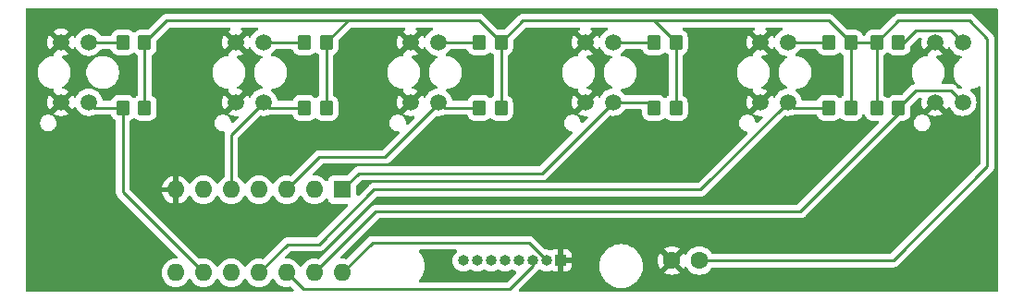
<source format=gbr>
%TF.GenerationSoftware,KiCad,Pcbnew,8.0.5*%
%TF.CreationDate,2024-10-02T14:58:55-03:00*%
%TF.ProjectId,modulo_sensor,6d6f6475-6c6f-45f7-9365-6e736f722e6b,rev?*%
%TF.SameCoordinates,Original*%
%TF.FileFunction,Copper,L2,Bot*%
%TF.FilePolarity,Positive*%
%FSLAX46Y46*%
G04 Gerber Fmt 4.6, Leading zero omitted, Abs format (unit mm)*
G04 Created by KiCad (PCBNEW 8.0.5) date 2024-10-02 14:58:55*
%MOMM*%
%LPD*%
G01*
G04 APERTURE LIST*
G04 Aperture macros list*
%AMRoundRect*
0 Rectangle with rounded corners*
0 $1 Rounding radius*
0 $2 $3 $4 $5 $6 $7 $8 $9 X,Y pos of 4 corners*
0 Add a 4 corners polygon primitive as box body*
4,1,4,$2,$3,$4,$5,$6,$7,$8,$9,$2,$3,0*
0 Add four circle primitives for the rounded corners*
1,1,$1+$1,$2,$3*
1,1,$1+$1,$4,$5*
1,1,$1+$1,$6,$7*
1,1,$1+$1,$8,$9*
0 Add four rect primitives between the rounded corners*
20,1,$1+$1,$2,$3,$4,$5,0*
20,1,$1+$1,$4,$5,$6,$7,0*
20,1,$1+$1,$6,$7,$8,$9,0*
20,1,$1+$1,$8,$9,$2,$3,0*%
G04 Aperture macros list end*
%TA.AperFunction,ComponentPad*%
%ADD10R,1.000000X1.000000*%
%TD*%
%TA.AperFunction,ComponentPad*%
%ADD11O,1.000000X1.000000*%
%TD*%
%TA.AperFunction,ComponentPad*%
%ADD12R,1.600000X1.600000*%
%TD*%
%TA.AperFunction,ComponentPad*%
%ADD13O,1.600000X1.600000*%
%TD*%
%TA.AperFunction,ComponentPad*%
%ADD14C,1.600000*%
%TD*%
%TA.AperFunction,SMDPad,CuDef*%
%ADD15RoundRect,0.250000X-0.350000X-0.450000X0.350000X-0.450000X0.350000X0.450000X-0.350000X0.450000X0*%
%TD*%
%TA.AperFunction,ComponentPad*%
%ADD16C,1.500000*%
%TD*%
%TA.AperFunction,SMDPad,CuDef*%
%ADD17RoundRect,0.250000X0.350000X0.450000X-0.350000X0.450000X-0.350000X-0.450000X0.350000X-0.450000X0*%
%TD*%
%TA.AperFunction,Conductor*%
%ADD18C,0.250000*%
%TD*%
G04 APERTURE END LIST*
D10*
%TO.P,J1,1,Pin_1*%
%TO.N,GND*%
X103059983Y-80000000D03*
D11*
%TO.P,J1,2,Pin_2*%
%TO.N,vcc*%
X101789983Y-80000000D03*
%TO.P,J1,3,Pin_3*%
%TO.N,/Led_Sensor6*%
X100519983Y-80000000D03*
%TO.P,J1,4,Pin_4*%
%TO.N,/Led_Sensor5*%
X99249983Y-80000000D03*
%TO.P,J1,5,Pin_5*%
%TO.N,/Led_Sensor4*%
X97979983Y-80000000D03*
%TO.P,J1,6,Pin_6*%
%TO.N,/Led_Sensor3*%
X96709983Y-80000000D03*
%TO.P,J1,7,Pin_7*%
%TO.N,/Led_Sensor2*%
X95439983Y-80000000D03*
%TO.P,J1,8,Pin_8*%
%TO.N,/Led_Sensor1*%
X94169983Y-80000000D03*
%TD*%
D12*
%TO.P,U1,1,1A*%
%TO.N,/Sensor4*%
X83080000Y-73500000D03*
D13*
%TO.P,U1,2,1Y*%
%TO.N,/Led_Sensor4*%
X80540000Y-73500000D03*
%TO.P,U1,3,2A*%
%TO.N,/Sensor3*%
X78000000Y-73500000D03*
%TO.P,U1,4,2Y*%
%TO.N,/Led_Sensor3*%
X75460000Y-73500000D03*
%TO.P,U1,5,3A*%
%TO.N,/Sensor2*%
X72920000Y-73500000D03*
%TO.P,U1,6,3Y*%
%TO.N,/Led_Sensor2*%
X70380000Y-73500000D03*
%TO.P,U1,7,GND*%
%TO.N,GND*%
X67840000Y-73500000D03*
%TO.P,U1,8,4Y*%
%TO.N,/Led_Sensor1*%
X67840000Y-81120000D03*
%TO.P,U1,9,4A*%
%TO.N,/Sensor1*%
X70380000Y-81120000D03*
%TO.P,U1,10,5Y*%
%TO.N,/Led_Sensor5*%
X72920000Y-81120000D03*
%TO.P,U1,11,5A*%
%TO.N,/Sensor5*%
X75460000Y-81120000D03*
%TO.P,U1,12,6Y*%
%TO.N,/Led_Sensor6*%
X78000000Y-81120000D03*
%TO.P,U1,13,6A*%
%TO.N,/Sensor6*%
X80540000Y-81120000D03*
%TO.P,U1,14,VCC*%
%TO.N,vcc*%
X83080000Y-81120000D03*
%TD*%
D14*
%TO.P,C1,1*%
%TO.N,vcc*%
X115750000Y-80000000D03*
%TO.P,C1,2*%
%TO.N,GND*%
X113250000Y-80000000D03*
%TD*%
D15*
%TO.P,R8,1*%
%TO.N,/Sensor4*%
X111609983Y-66000000D03*
%TO.P,R8,2*%
%TO.N,vcc*%
X113609983Y-66000000D03*
%TD*%
D16*
%TO.P,Sensor3,A*%
%TO.N,Net-(R5-Pad1)*%
X91879983Y-59990000D03*
%TO.P,Sensor3,CATH*%
%TO.N,GND*%
X89339983Y-59990000D03*
%TO.P,Sensor3,COLL*%
%TO.N,/Sensor3*%
X91879983Y-65490000D03*
%TO.P,Sensor3,E*%
%TO.N,GND*%
X89339983Y-65490000D03*
%TD*%
%TO.P,Sensor2,A*%
%TO.N,Net-(R3-Pad1)*%
X75879983Y-59990000D03*
%TO.P,Sensor2,CATH*%
%TO.N,GND*%
X73339983Y-59990000D03*
%TO.P,Sensor2,COLL*%
%TO.N,/Sensor2*%
X75879983Y-65490000D03*
%TO.P,Sensor2,E*%
%TO.N,GND*%
X73339983Y-65490000D03*
%TD*%
D15*
%TO.P,R7,1*%
%TO.N,Net-(R7-Pad1)*%
X111609983Y-60000000D03*
%TO.P,R7,2*%
%TO.N,vcc*%
X113609983Y-60000000D03*
%TD*%
D16*
%TO.P,Sensor6,A*%
%TO.N,Net-(R11-Pad1)*%
X139879983Y-59990000D03*
%TO.P,Sensor6,CATH*%
%TO.N,GND*%
X137339983Y-59990000D03*
%TO.P,Sensor6,COLL*%
%TO.N,/Sensor6*%
X139879983Y-65490000D03*
%TO.P,Sensor6,E*%
%TO.N,GND*%
X137339983Y-65490000D03*
%TD*%
D15*
%TO.P,R6,1*%
%TO.N,/Sensor3*%
X95609983Y-66000000D03*
%TO.P,R6,2*%
%TO.N,vcc*%
X97609983Y-66000000D03*
%TD*%
%TO.P,R3,1*%
%TO.N,Net-(R3-Pad1)*%
X79609983Y-60000000D03*
%TO.P,R3,2*%
%TO.N,vcc*%
X81609983Y-60000000D03*
%TD*%
%TO.P,R10,1*%
%TO.N,/Sensor5*%
X127609983Y-66000000D03*
%TO.P,R10,2*%
%TO.N,vcc*%
X129609983Y-66000000D03*
%TD*%
%TO.P,R2,1*%
%TO.N,/Sensor1*%
X63000000Y-66000000D03*
%TO.P,R2,2*%
%TO.N,vcc*%
X65000000Y-66000000D03*
%TD*%
%TO.P,R5,1*%
%TO.N,Net-(R5-Pad1)*%
X95609983Y-60000000D03*
%TO.P,R5,2*%
%TO.N,vcc*%
X97609983Y-60000000D03*
%TD*%
D16*
%TO.P,Sensor5,A*%
%TO.N,Net-(R9-Pad1)*%
X123879983Y-59990000D03*
%TO.P,Sensor5,CATH*%
%TO.N,GND*%
X121339983Y-59990000D03*
%TO.P,Sensor5,COLL*%
%TO.N,/Sensor5*%
X123879983Y-65490000D03*
%TO.P,Sensor5,E*%
%TO.N,GND*%
X121339983Y-65490000D03*
%TD*%
D15*
%TO.P,R4,1*%
%TO.N,/Sensor2*%
X79609983Y-66000000D03*
%TO.P,R4,2*%
%TO.N,vcc*%
X81609983Y-66000000D03*
%TD*%
%TO.P,R1,1*%
%TO.N,Net-(R1-Pad1)*%
X63000000Y-60000000D03*
%TO.P,R1,2*%
%TO.N,vcc*%
X65000000Y-60000000D03*
%TD*%
%TO.P,R9,1*%
%TO.N,Net-(R9-Pad1)*%
X127609983Y-60000000D03*
%TO.P,R9,2*%
%TO.N,vcc*%
X129609983Y-60000000D03*
%TD*%
D16*
%TO.P,Sensor1,A*%
%TO.N,Net-(R1-Pad1)*%
X59879983Y-59990000D03*
%TO.P,Sensor1,CATH*%
%TO.N,GND*%
X57339983Y-59990000D03*
%TO.P,Sensor1,COLL*%
%TO.N,/Sensor1*%
X59879983Y-65490000D03*
%TO.P,Sensor1,E*%
%TO.N,GND*%
X57339983Y-65490000D03*
%TD*%
D17*
%TO.P,R12,1*%
%TO.N,/Sensor6*%
X134000000Y-66000000D03*
%TO.P,R12,2*%
%TO.N,vcc*%
X132000000Y-66000000D03*
%TD*%
%TO.P,R11,1*%
%TO.N,Net-(R11-Pad1)*%
X134000000Y-60000000D03*
%TO.P,R11,2*%
%TO.N,vcc*%
X132000000Y-60000000D03*
%TD*%
D16*
%TO.P,Sensor4,A*%
%TO.N,Net-(R7-Pad1)*%
X107879983Y-59990000D03*
%TO.P,Sensor4,CATH*%
%TO.N,GND*%
X105339983Y-59990000D03*
%TO.P,Sensor4,COLL*%
%TO.N,/Sensor4*%
X107879983Y-65490000D03*
%TO.P,Sensor4,E*%
%TO.N,GND*%
X105339983Y-65490000D03*
%TD*%
D18*
%TO.N,vcc*%
X83609983Y-58000000D02*
X81609983Y-60000000D01*
X97609983Y-60000000D02*
X95609983Y-58000000D01*
X132000000Y-66000000D02*
X132000000Y-60000000D01*
X85834729Y-78365271D02*
X100155254Y-78365271D01*
X81609983Y-66000000D02*
X81609983Y-60000000D01*
X97609983Y-60000000D02*
X99609983Y-58000000D01*
X99609983Y-58000000D02*
X111609983Y-58000000D01*
X129609983Y-60000000D02*
X132000000Y-60000000D01*
X67000000Y-58000000D02*
X65000000Y-60000000D01*
X83080000Y-81120000D02*
X85834729Y-78365271D01*
X113609983Y-66000000D02*
X113609983Y-60000000D01*
X100155254Y-78365271D02*
X101789983Y-80000000D01*
X65000000Y-66000000D02*
X65000000Y-60000000D01*
X83609983Y-58000000D02*
X67000000Y-58000000D01*
X111609983Y-58000000D02*
X113609983Y-60000000D01*
X111609983Y-58000000D02*
X127609983Y-58000000D01*
X127609983Y-58000000D02*
X129609983Y-60000000D01*
X129609983Y-60000000D02*
X129609983Y-66000000D01*
X97609983Y-66000000D02*
X97609983Y-60000000D01*
X95609983Y-58000000D02*
X83609983Y-58000000D01*
%TO.N,/Led_Sensor1*%
X94027497Y-80142486D02*
X94169983Y-80000000D01*
%TO.N,/Led_Sensor6*%
X78000000Y-81120000D02*
X79514730Y-82634730D01*
X79514730Y-82634730D02*
X98365270Y-82634730D01*
X98365270Y-82634730D02*
X100519983Y-80480017D01*
X100519983Y-80480017D02*
X100519983Y-80000000D01*
%TO.N,Net-(R1-Pad1)*%
X63000000Y-60000000D02*
X59889983Y-60000000D01*
X59889983Y-60000000D02*
X59879983Y-59990000D01*
%TO.N,/Sensor1*%
X60389983Y-66000000D02*
X59879983Y-65490000D01*
X63000000Y-66000000D02*
X60389983Y-66000000D01*
X70380000Y-81120000D02*
X63000000Y-73740000D01*
X63000000Y-73740000D02*
X63000000Y-66000000D01*
%TO.N,Net-(R3-Pad1)*%
X75889983Y-60000000D02*
X75879983Y-59990000D01*
X79609983Y-60000000D02*
X75889983Y-60000000D01*
%TO.N,/Sensor2*%
X72920000Y-73500000D02*
X72920000Y-68449983D01*
X79609983Y-66000000D02*
X76389983Y-66000000D01*
X72920000Y-68449983D02*
X75879983Y-65490000D01*
X76389983Y-66000000D02*
X75879983Y-65490000D01*
%TO.N,Net-(R5-Pad1)*%
X95599983Y-59990000D02*
X95609983Y-60000000D01*
X91879983Y-59990000D02*
X95599983Y-59990000D01*
%TO.N,/Sensor3*%
X91879983Y-65620017D02*
X91879983Y-65490000D01*
X92500000Y-66000000D02*
X95609983Y-66000000D01*
X91990000Y-65490000D02*
X92500000Y-66000000D01*
X87000000Y-70500000D02*
X91879983Y-65620017D01*
X81000000Y-70500000D02*
X87000000Y-70500000D01*
X78000000Y-73500000D02*
X81000000Y-70500000D01*
X91879983Y-65490000D02*
X91990000Y-65490000D01*
%TO.N,Net-(R7-Pad1)*%
X111609983Y-60000000D02*
X107889983Y-60000000D01*
X107889983Y-60000000D02*
X107879983Y-59990000D01*
%TO.N,/Sensor4*%
X101369983Y-72000000D02*
X107879983Y-65490000D01*
X107879983Y-65490000D02*
X111099983Y-65490000D01*
X83080000Y-73500000D02*
X84580000Y-72000000D01*
X84580000Y-72000000D02*
X101369983Y-72000000D01*
X111099983Y-65490000D02*
X111609983Y-66000000D01*
%TO.N,Net-(R9-Pad1)*%
X127609983Y-60000000D02*
X123889983Y-60000000D01*
X123889983Y-60000000D02*
X123879983Y-59990000D01*
%TO.N,/Sensor5*%
X80990000Y-78500000D02*
X85990000Y-73500000D01*
X124389983Y-66000000D02*
X123879983Y-65490000D01*
X78080000Y-78500000D02*
X80990000Y-78500000D01*
X85990000Y-73500000D02*
X115869983Y-73500000D01*
X127609983Y-66000000D02*
X124389983Y-66000000D01*
X115869983Y-73500000D02*
X123879983Y-65490000D01*
X75460000Y-81120000D02*
X78080000Y-78500000D01*
%TO.N,Net-(R11-Pad1)*%
X134500000Y-60000000D02*
X135585000Y-58915000D01*
X135585000Y-58915000D02*
X138804983Y-58915000D01*
X138804983Y-58915000D02*
X139879983Y-59990000D01*
X134000000Y-60000000D02*
X134500000Y-60000000D01*
%TO.N,/Sensor6*%
X135585000Y-64415000D02*
X138804983Y-64415000D01*
X138804983Y-64415000D02*
X139879983Y-65490000D01*
X134000000Y-66000000D02*
X134000000Y-66500000D01*
X86160000Y-75500000D02*
X80540000Y-81120000D01*
X134000000Y-66000000D02*
X135585000Y-64415000D01*
X134000000Y-66500000D02*
X125000000Y-75500000D01*
X125000000Y-75500000D02*
X86160000Y-75500000D01*
%TO.N,vcc*%
X140500000Y-58000000D02*
X134000000Y-58000000D01*
X142134983Y-59634983D02*
X140500000Y-58000000D01*
X142134983Y-71365017D02*
X142134983Y-59634983D01*
X134000000Y-58000000D02*
X132000000Y-60000000D01*
X133500000Y-80000000D02*
X142134983Y-71365017D01*
X115750000Y-80000000D02*
X133500000Y-80000000D01*
%TD*%
%TA.AperFunction,Conductor*%
%TO.N,GND*%
G36*
X143052522Y-56860185D02*
G01*
X143098277Y-56912989D01*
X143109483Y-56964500D01*
X143109483Y-82715500D01*
X143089798Y-82782539D01*
X143036994Y-82828294D01*
X142985483Y-82839500D01*
X99344452Y-82839500D01*
X99277413Y-82819815D01*
X99231658Y-82767011D01*
X99221714Y-82697853D01*
X99250739Y-82634297D01*
X99256771Y-82627819D01*
X100017007Y-81867583D01*
X101001413Y-80883177D01*
X101030640Y-80861502D01*
X101078521Y-80835910D01*
X101078529Y-80835902D01*
X101083589Y-80832524D01*
X101084686Y-80834166D01*
X101140617Y-80810406D01*
X101209486Y-80822191D01*
X101226131Y-80832888D01*
X101226376Y-80832523D01*
X101231441Y-80835907D01*
X101231445Y-80835910D01*
X101375996Y-80913174D01*
X101401422Y-80926765D01*
X101405256Y-80928814D01*
X101593851Y-80986024D01*
X101789983Y-81005341D01*
X101986115Y-80986024D01*
X102174710Y-80928814D01*
X102177321Y-80927418D01*
X102178847Y-80927100D01*
X102180338Y-80926483D01*
X102180455Y-80926765D01*
X102245720Y-80913174D01*
X102310089Y-80937510D01*
X102317891Y-80943351D01*
X102452606Y-80993597D01*
X102452610Y-80993598D01*
X102512138Y-80999999D01*
X102512155Y-81000000D01*
X102809983Y-81000000D01*
X103309983Y-81000000D01*
X103607811Y-81000000D01*
X103607827Y-80999999D01*
X103667355Y-80993598D01*
X103667362Y-80993596D01*
X103802069Y-80943354D01*
X103802076Y-80943350D01*
X103917170Y-80857190D01*
X103917173Y-80857187D01*
X104003333Y-80742093D01*
X104003337Y-80742086D01*
X104053579Y-80607379D01*
X104053581Y-80607372D01*
X104059982Y-80547844D01*
X104059983Y-80547827D01*
X104059983Y-80499998D01*
X106604373Y-80499998D01*
X106604373Y-80500001D01*
X106624787Y-80785433D01*
X106685611Y-81065037D01*
X106685613Y-81065043D01*
X106685614Y-81065046D01*
X106767889Y-81285633D01*
X106785618Y-81333166D01*
X106922753Y-81584309D01*
X106922758Y-81584317D01*
X107094237Y-81813387D01*
X107094253Y-81813405D01*
X107296577Y-82015729D01*
X107296595Y-82015745D01*
X107525665Y-82187224D01*
X107525673Y-82187229D01*
X107776816Y-82324364D01*
X107776815Y-82324364D01*
X107776819Y-82324365D01*
X107776822Y-82324367D01*
X108044937Y-82424369D01*
X108044943Y-82424370D01*
X108044945Y-82424371D01*
X108324549Y-82485195D01*
X108324551Y-82485195D01*
X108324555Y-82485196D01*
X108578203Y-82503337D01*
X108609982Y-82505610D01*
X108609983Y-82505610D01*
X108609984Y-82505610D01*
X108638578Y-82503564D01*
X108895411Y-82485196D01*
X109175029Y-82424369D01*
X109443144Y-82324367D01*
X109694298Y-82187226D01*
X109923378Y-82015739D01*
X110125722Y-81813395D01*
X110297209Y-81584315D01*
X110434350Y-81333161D01*
X110534352Y-81065046D01*
X110564433Y-80926765D01*
X110595178Y-80785433D01*
X110595178Y-80785432D01*
X110595179Y-80785428D01*
X110615593Y-80500000D01*
X110595179Y-80214572D01*
X110548502Y-80000002D01*
X110534354Y-79934962D01*
X110534353Y-79934960D01*
X110534352Y-79934954D01*
X110434350Y-79666839D01*
X110372561Y-79553682D01*
X110297212Y-79415690D01*
X110297207Y-79415682D01*
X110125728Y-79186612D01*
X110125712Y-79186594D01*
X109923388Y-78984270D01*
X109923370Y-78984254D01*
X109694300Y-78812775D01*
X109694292Y-78812770D01*
X109443149Y-78675635D01*
X109443150Y-78675635D01*
X109335898Y-78635632D01*
X109175029Y-78575631D01*
X109175026Y-78575630D01*
X109175020Y-78575628D01*
X108895416Y-78514804D01*
X108609984Y-78494390D01*
X108609982Y-78494390D01*
X108324549Y-78514804D01*
X108044945Y-78575628D01*
X107776816Y-78675635D01*
X107525673Y-78812770D01*
X107525665Y-78812775D01*
X107296595Y-78984254D01*
X107296577Y-78984270D01*
X107094253Y-79186594D01*
X107094237Y-79186612D01*
X106922758Y-79415682D01*
X106922753Y-79415690D01*
X106785618Y-79666833D01*
X106685611Y-79934962D01*
X106624787Y-80214566D01*
X106604373Y-80499998D01*
X104059983Y-80499998D01*
X104059983Y-80250000D01*
X103309983Y-80250000D01*
X103309983Y-81000000D01*
X102809983Y-81000000D01*
X102809983Y-80209618D01*
X102860429Y-80260064D01*
X102934538Y-80302851D01*
X103017196Y-80325000D01*
X103102770Y-80325000D01*
X103185428Y-80302851D01*
X103259537Y-80260064D01*
X103320047Y-80199554D01*
X103362834Y-80125445D01*
X103384983Y-80042787D01*
X103384983Y-79957213D01*
X103362834Y-79874555D01*
X103320047Y-79800446D01*
X103269601Y-79750000D01*
X103309983Y-79750000D01*
X104059983Y-79750000D01*
X104059983Y-79452172D01*
X104059982Y-79452155D01*
X104053581Y-79392627D01*
X104053579Y-79392620D01*
X104003337Y-79257913D01*
X104003333Y-79257906D01*
X103917173Y-79142812D01*
X103917170Y-79142809D01*
X103802076Y-79056649D01*
X103802069Y-79056645D01*
X103667362Y-79006403D01*
X103667355Y-79006401D01*
X103607827Y-79000000D01*
X103309983Y-79000000D01*
X103309983Y-79750000D01*
X103269601Y-79750000D01*
X103259537Y-79739936D01*
X103185428Y-79697149D01*
X103102770Y-79675000D01*
X103017196Y-79675000D01*
X102934538Y-79697149D01*
X102860429Y-79739936D01*
X102809983Y-79790382D01*
X102809983Y-79000000D01*
X102512138Y-79000000D01*
X102452610Y-79006401D01*
X102452603Y-79006403D01*
X102317896Y-79056645D01*
X102317890Y-79056648D01*
X102310085Y-79062492D01*
X102244621Y-79086908D01*
X102180453Y-79073249D01*
X102180342Y-79073518D01*
X102178888Y-79072916D01*
X102177324Y-79072583D01*
X102174714Y-79071188D01*
X102174713Y-79071187D01*
X102174710Y-79071186D01*
X101986115Y-79013976D01*
X101986112Y-79013975D01*
X101789983Y-78994659D01*
X101738422Y-78999737D01*
X101669776Y-78986718D01*
X101638588Y-78964015D01*
X100645452Y-77970879D01*
X100645432Y-77970857D01*
X100553987Y-77879412D01*
X100502763Y-77845186D01*
X100451540Y-77810959D01*
X100451537Y-77810957D01*
X100451534Y-77810956D01*
X100371046Y-77777618D01*
X100337707Y-77763808D01*
X100327681Y-77761814D01*
X100277283Y-77751789D01*
X100216864Y-77739771D01*
X100216861Y-77739771D01*
X100216860Y-77739771D01*
X85896336Y-77739771D01*
X85773122Y-77739771D01*
X85773118Y-77739771D01*
X85712700Y-77751789D01*
X85674988Y-77759290D01*
X85652279Y-77763807D01*
X85652277Y-77763808D01*
X85618936Y-77777618D01*
X85538448Y-77810955D01*
X85538434Y-77810963D01*
X85436001Y-77879409D01*
X85435993Y-77879415D01*
X85348868Y-77966541D01*
X83494822Y-79820586D01*
X83433499Y-79854071D01*
X83375049Y-79852680D01*
X83306699Y-79834367D01*
X83306702Y-79834367D01*
X83306692Y-79834365D01*
X83306689Y-79834364D01*
X83306686Y-79834364D01*
X83080001Y-79814532D01*
X83079996Y-79814532D01*
X83035894Y-79818390D01*
X82967394Y-79804623D01*
X82917212Y-79756007D01*
X82901279Y-79687978D01*
X82924655Y-79622135D01*
X82937400Y-79607188D01*
X86382771Y-76161819D01*
X86444094Y-76128334D01*
X86470452Y-76125500D01*
X125061607Y-76125500D01*
X125122029Y-76113481D01*
X125182452Y-76101463D01*
X125182455Y-76101461D01*
X125182458Y-76101461D01*
X125215787Y-76087654D01*
X125215786Y-76087654D01*
X125215792Y-76087652D01*
X125296286Y-76054312D01*
X125347509Y-76020084D01*
X125398733Y-75985858D01*
X125485858Y-75898733D01*
X125485859Y-75898731D01*
X125492925Y-75891665D01*
X125492928Y-75891661D01*
X133920669Y-67463920D01*
X135409482Y-67463920D01*
X135438323Y-67608907D01*
X135438326Y-67608917D01*
X135494895Y-67745488D01*
X135494902Y-67745501D01*
X135577031Y-67868415D01*
X135577034Y-67868419D01*
X135681563Y-67972948D01*
X135681567Y-67972951D01*
X135804481Y-68055080D01*
X135804494Y-68055087D01*
X135920491Y-68103134D01*
X135941070Y-68111658D01*
X135941074Y-68111658D01*
X135941075Y-68111659D01*
X136086062Y-68140500D01*
X136086065Y-68140500D01*
X136233903Y-68140500D01*
X136331445Y-68121096D01*
X136378896Y-68111658D01*
X136515478Y-68055084D01*
X136638399Y-67972951D01*
X136742934Y-67868416D01*
X136825067Y-67745495D01*
X136881641Y-67608913D01*
X136898980Y-67521746D01*
X136910483Y-67463920D01*
X136910483Y-67316079D01*
X136881642Y-67171092D01*
X136881641Y-67171091D01*
X136881641Y-67171087D01*
X136866616Y-67134814D01*
X136825070Y-67034511D01*
X136825063Y-67034498D01*
X136742934Y-66911584D01*
X136742931Y-66911580D01*
X136639161Y-66807810D01*
X136605676Y-66746487D01*
X136609895Y-66687486D01*
X136592701Y-66705235D01*
X136524673Y-66721168D01*
X136484104Y-66711920D01*
X136378900Y-66668343D01*
X136378890Y-66668340D01*
X136233903Y-66639500D01*
X136233901Y-66639500D01*
X136086065Y-66639500D01*
X136086063Y-66639500D01*
X135941075Y-66668340D01*
X135941065Y-66668343D01*
X135804494Y-66724912D01*
X135804481Y-66724919D01*
X135681567Y-66807048D01*
X135681563Y-66807051D01*
X135577034Y-66911580D01*
X135577031Y-66911584D01*
X135494902Y-67034498D01*
X135494895Y-67034511D01*
X135438326Y-67171082D01*
X135438323Y-67171092D01*
X135409483Y-67316079D01*
X135409483Y-67316082D01*
X135409483Y-67463918D01*
X135409483Y-67463920D01*
X135409482Y-67463920D01*
X133920669Y-67463920D01*
X134147771Y-67236818D01*
X134209094Y-67203333D01*
X134235452Y-67200499D01*
X134400002Y-67200499D01*
X134400008Y-67200499D01*
X134502797Y-67189999D01*
X134669334Y-67134814D01*
X134818656Y-67042712D01*
X134942712Y-66918656D01*
X135034814Y-66769334D01*
X135089999Y-66602797D01*
X135100500Y-66500009D01*
X135100499Y-65835451D01*
X135120183Y-65768413D01*
X135136813Y-65747776D01*
X135807772Y-65076819D01*
X135869095Y-65043334D01*
X135895453Y-65040500D01*
X136004731Y-65040500D01*
X136071770Y-65060185D01*
X136117525Y-65112989D01*
X136127469Y-65182147D01*
X136124506Y-65196593D01*
X136104272Y-65272105D01*
X136104270Y-65272115D01*
X136085208Y-65489999D01*
X136085208Y-65490000D01*
X136104270Y-65707884D01*
X136104272Y-65707894D01*
X136160877Y-65919150D01*
X136160881Y-65919159D01*
X136253316Y-66117387D01*
X136296857Y-66179571D01*
X136857020Y-65619408D01*
X136874058Y-65682993D01*
X136939884Y-65797007D01*
X137032976Y-65890099D01*
X137146990Y-65955925D01*
X137210573Y-65972962D01*
X136650410Y-66533125D01*
X136655084Y-66586553D01*
X136646594Y-66628793D01*
X136652532Y-66620862D01*
X136717996Y-66596445D01*
X136779247Y-66607747D01*
X136910823Y-66669101D01*
X136910832Y-66669105D01*
X137122088Y-66725710D01*
X137122098Y-66725712D01*
X137339982Y-66744775D01*
X137339984Y-66744775D01*
X137557867Y-66725712D01*
X137557877Y-66725710D01*
X137769133Y-66669105D01*
X137769147Y-66669100D01*
X137967366Y-66576669D01*
X137967368Y-66576668D01*
X138029554Y-66533124D01*
X137469393Y-65972962D01*
X137532976Y-65955925D01*
X137646990Y-65890099D01*
X137740082Y-65797007D01*
X137805908Y-65682993D01*
X137822945Y-65619408D01*
X138383107Y-66179570D01*
X138426649Y-66117388D01*
X138497323Y-65965825D01*
X138543495Y-65913386D01*
X138610689Y-65894233D01*
X138677570Y-65914448D01*
X138722088Y-65965824D01*
X138792880Y-66117638D01*
X138805167Y-66135185D01*
X138918385Y-66296877D01*
X139073106Y-66451598D01*
X139252344Y-66577102D01*
X139450653Y-66669575D01*
X139662006Y-66726207D01*
X139844909Y-66742208D01*
X139879981Y-66745277D01*
X139879983Y-66745277D01*
X139879985Y-66745277D01*
X139908237Y-66742805D01*
X140097960Y-66726207D01*
X140309313Y-66669575D01*
X140507622Y-66577102D01*
X140686860Y-66451598D01*
X140841581Y-66296877D01*
X140967085Y-66117639D01*
X141059558Y-65919330D01*
X141116190Y-65707977D01*
X141135260Y-65490000D01*
X141116190Y-65272023D01*
X141073577Y-65112989D01*
X141059560Y-65060677D01*
X141059559Y-65060676D01*
X141059558Y-65060670D01*
X140967085Y-64862362D01*
X140967082Y-64862358D01*
X140967082Y-64862357D01*
X140841582Y-64683124D01*
X140841579Y-64683121D01*
X140686860Y-64528402D01*
X140592101Y-64462051D01*
X140548478Y-64407475D01*
X140541286Y-64337977D01*
X140572808Y-64275622D01*
X140633038Y-64240209D01*
X140643829Y-64238005D01*
X140685461Y-64231411D01*
X140861351Y-64203553D01*
X141085975Y-64130568D01*
X141296416Y-64023343D01*
X141312595Y-64011587D01*
X141378401Y-63988106D01*
X141446455Y-64003930D01*
X141495151Y-64054034D01*
X141509483Y-64111904D01*
X141509483Y-71054565D01*
X141489798Y-71121604D01*
X141473164Y-71142246D01*
X133277229Y-79338181D01*
X133215906Y-79371666D01*
X133189548Y-79374500D01*
X116964188Y-79374500D01*
X116897149Y-79354815D01*
X116862613Y-79321623D01*
X116750045Y-79160858D01*
X116589141Y-78999954D01*
X116402734Y-78869432D01*
X116402732Y-78869431D01*
X116196497Y-78773261D01*
X116196488Y-78773258D01*
X115976697Y-78714366D01*
X115976693Y-78714365D01*
X115976692Y-78714365D01*
X115976691Y-78714364D01*
X115976686Y-78714364D01*
X115750002Y-78694532D01*
X115749998Y-78694532D01*
X115523313Y-78714364D01*
X115523302Y-78714366D01*
X115303511Y-78773258D01*
X115303502Y-78773261D01*
X115097267Y-78869431D01*
X115097265Y-78869432D01*
X114910858Y-78999954D01*
X114749954Y-79160858D01*
X114619432Y-79347265D01*
X114619429Y-79347270D01*
X114612104Y-79362979D01*
X114565929Y-79415417D01*
X114498735Y-79434566D01*
X114431855Y-79414347D01*
X114387341Y-79362973D01*
X114380133Y-79347515D01*
X114380132Y-79347513D01*
X114329025Y-79274526D01*
X113650000Y-79953551D01*
X113650000Y-79947339D01*
X113622741Y-79845606D01*
X113570080Y-79754394D01*
X113495606Y-79679920D01*
X113404394Y-79627259D01*
X113302661Y-79600000D01*
X113296448Y-79600000D01*
X113975472Y-78920974D01*
X113902478Y-78869863D01*
X113696331Y-78773735D01*
X113696317Y-78773730D01*
X113476610Y-78714860D01*
X113476599Y-78714858D01*
X113250002Y-78695034D01*
X113249998Y-78695034D01*
X113023400Y-78714858D01*
X113023389Y-78714860D01*
X112803682Y-78773730D01*
X112803673Y-78773734D01*
X112597516Y-78869866D01*
X112597512Y-78869868D01*
X112524526Y-78920973D01*
X112524526Y-78920974D01*
X113203553Y-79600000D01*
X113197339Y-79600000D01*
X113095606Y-79627259D01*
X113004394Y-79679920D01*
X112929920Y-79754394D01*
X112877259Y-79845606D01*
X112850000Y-79947339D01*
X112850000Y-79953552D01*
X112170974Y-79274526D01*
X112170973Y-79274526D01*
X112119868Y-79347512D01*
X112119866Y-79347516D01*
X112023734Y-79553673D01*
X112023730Y-79553682D01*
X111964860Y-79773389D01*
X111964858Y-79773400D01*
X111945034Y-79999997D01*
X111945034Y-80000002D01*
X111964858Y-80226599D01*
X111964860Y-80226610D01*
X112023730Y-80446317D01*
X112023735Y-80446331D01*
X112119863Y-80652478D01*
X112170974Y-80725472D01*
X112850000Y-80046446D01*
X112850000Y-80052661D01*
X112877259Y-80154394D01*
X112929920Y-80245606D01*
X113004394Y-80320080D01*
X113095606Y-80372741D01*
X113197339Y-80400000D01*
X113203553Y-80400000D01*
X112524526Y-81079025D01*
X112597513Y-81130132D01*
X112597521Y-81130136D01*
X112803668Y-81226264D01*
X112803682Y-81226269D01*
X113023389Y-81285139D01*
X113023400Y-81285141D01*
X113249998Y-81304966D01*
X113250002Y-81304966D01*
X113476599Y-81285141D01*
X113476610Y-81285139D01*
X113696317Y-81226269D01*
X113696331Y-81226264D01*
X113902478Y-81130136D01*
X113975471Y-81079024D01*
X113296447Y-80400000D01*
X113302661Y-80400000D01*
X113404394Y-80372741D01*
X113495606Y-80320080D01*
X113570080Y-80245606D01*
X113622741Y-80154394D01*
X113650000Y-80052661D01*
X113650000Y-80046447D01*
X114329024Y-80725471D01*
X114380134Y-80652481D01*
X114387340Y-80637028D01*
X114433511Y-80584587D01*
X114500704Y-80565433D01*
X114567585Y-80585646D01*
X114612105Y-80637022D01*
X114619430Y-80652730D01*
X114619432Y-80652734D01*
X114749954Y-80839141D01*
X114910858Y-81000045D01*
X114910861Y-81000047D01*
X115097266Y-81130568D01*
X115303504Y-81226739D01*
X115523308Y-81285635D01*
X115685230Y-81299801D01*
X115749998Y-81305468D01*
X115750000Y-81305468D01*
X115750002Y-81305468D01*
X115806673Y-81300509D01*
X115976692Y-81285635D01*
X116196496Y-81226739D01*
X116402734Y-81130568D01*
X116589139Y-81000047D01*
X116750047Y-80839139D01*
X116862613Y-80678377D01*
X116917189Y-80634752D01*
X116964188Y-80625500D01*
X133561607Y-80625500D01*
X133622029Y-80613481D01*
X133682452Y-80601463D01*
X133682455Y-80601461D01*
X133682458Y-80601461D01*
X133715787Y-80587654D01*
X133715786Y-80587654D01*
X133715792Y-80587652D01*
X133796286Y-80554312D01*
X133796289Y-80554309D01*
X133796291Y-80554309D01*
X133839741Y-80525275D01*
X133849825Y-80518537D01*
X133898733Y-80485858D01*
X133985858Y-80398733D01*
X133985859Y-80398731D01*
X133992925Y-80391665D01*
X133992928Y-80391661D01*
X142533712Y-71850877D01*
X142533716Y-71850875D01*
X142620841Y-71763750D01*
X142660956Y-71703714D01*
X142689295Y-71661303D01*
X142736446Y-71547468D01*
X142760483Y-71426624D01*
X142760483Y-71303410D01*
X142760483Y-59573377D01*
X142736446Y-59452531D01*
X142709939Y-59388537D01*
X142689295Y-59338697D01*
X142655067Y-59287473D01*
X142620841Y-59236250D01*
X142620839Y-59236247D01*
X142530620Y-59146028D01*
X142530589Y-59145999D01*
X140990198Y-57605608D01*
X140990178Y-57605586D01*
X140898733Y-57514141D01*
X140847509Y-57479915D01*
X140796286Y-57445688D01*
X140796283Y-57445686D01*
X140796280Y-57445685D01*
X140715792Y-57412347D01*
X140682453Y-57398537D01*
X140672427Y-57396543D01*
X140622029Y-57386518D01*
X140561610Y-57374500D01*
X140561607Y-57374500D01*
X140561606Y-57374500D01*
X134061607Y-57374500D01*
X133938393Y-57374500D01*
X133938389Y-57374500D01*
X133877971Y-57386518D01*
X133840259Y-57394019D01*
X133817550Y-57398536D01*
X133817548Y-57398537D01*
X133784207Y-57412347D01*
X133703719Y-57445684D01*
X133703705Y-57445692D01*
X133601272Y-57514138D01*
X133601264Y-57514144D01*
X133514139Y-57601270D01*
X132352227Y-58763181D01*
X132290904Y-58796666D01*
X132264546Y-58799500D01*
X131599998Y-58799500D01*
X131599980Y-58799501D01*
X131497203Y-58810000D01*
X131497200Y-58810001D01*
X131330668Y-58865185D01*
X131330663Y-58865187D01*
X131181342Y-58957289D01*
X131057289Y-59081342D01*
X130965187Y-59230663D01*
X130965186Y-59230666D01*
X130945689Y-59289505D01*
X130905916Y-59346949D01*
X130841400Y-59373772D01*
X130827983Y-59374500D01*
X130782000Y-59374500D01*
X130714961Y-59354815D01*
X130669206Y-59302011D01*
X130664294Y-59289505D01*
X130660980Y-59279504D01*
X130644797Y-59230666D01*
X130552695Y-59081344D01*
X130428639Y-58957288D01*
X130279317Y-58865186D01*
X130112780Y-58810001D01*
X130112778Y-58810000D01*
X130009999Y-58799500D01*
X130009992Y-58799500D01*
X129345435Y-58799500D01*
X129278396Y-58779815D01*
X129257754Y-58763181D01*
X128100181Y-57605608D01*
X128100161Y-57605586D01*
X128008716Y-57514141D01*
X127957492Y-57479915D01*
X127906269Y-57445688D01*
X127906266Y-57445686D01*
X127906263Y-57445685D01*
X127825775Y-57412347D01*
X127792436Y-57398537D01*
X127782410Y-57396543D01*
X127732012Y-57386518D01*
X127671593Y-57374500D01*
X127671590Y-57374500D01*
X127671589Y-57374500D01*
X111671590Y-57374500D01*
X111671589Y-57374500D01*
X99671590Y-57374500D01*
X99548376Y-57374500D01*
X99548372Y-57374500D01*
X99487954Y-57386518D01*
X99450242Y-57394019D01*
X99427533Y-57398536D01*
X99427531Y-57398537D01*
X99394190Y-57412347D01*
X99313702Y-57445684D01*
X99313688Y-57445692D01*
X99211255Y-57514138D01*
X99211247Y-57514144D01*
X97962211Y-58763181D01*
X97900888Y-58796666D01*
X97874530Y-58799500D01*
X97345435Y-58799500D01*
X97278396Y-58779815D01*
X97257754Y-58763181D01*
X96100181Y-57605608D01*
X96100161Y-57605586D01*
X96008716Y-57514141D01*
X95957492Y-57479915D01*
X95906269Y-57445688D01*
X95906266Y-57445686D01*
X95906263Y-57445685D01*
X95825775Y-57412347D01*
X95792436Y-57398537D01*
X95782410Y-57396543D01*
X95732012Y-57386518D01*
X95671593Y-57374500D01*
X95671590Y-57374500D01*
X95671589Y-57374500D01*
X83671590Y-57374500D01*
X83671589Y-57374500D01*
X67061607Y-57374500D01*
X66938393Y-57374500D01*
X66938389Y-57374500D01*
X66877971Y-57386518D01*
X66840259Y-57394019D01*
X66817550Y-57398536D01*
X66817548Y-57398537D01*
X66784207Y-57412347D01*
X66703719Y-57445684D01*
X66703705Y-57445692D01*
X66601272Y-57514138D01*
X66601264Y-57514144D01*
X66514139Y-57601270D01*
X65352227Y-58763181D01*
X65290904Y-58796666D01*
X65264546Y-58799500D01*
X64599998Y-58799500D01*
X64599980Y-58799501D01*
X64497203Y-58810000D01*
X64497200Y-58810001D01*
X64330668Y-58865185D01*
X64330663Y-58865187D01*
X64181342Y-58957289D01*
X64087681Y-59050951D01*
X64026358Y-59084436D01*
X63956666Y-59079452D01*
X63912319Y-59050951D01*
X63818657Y-58957289D01*
X63818656Y-58957288D01*
X63669334Y-58865186D01*
X63502797Y-58810001D01*
X63502795Y-58810000D01*
X63400010Y-58799500D01*
X62599998Y-58799500D01*
X62599980Y-58799501D01*
X62497203Y-58810000D01*
X62497200Y-58810001D01*
X62330668Y-58865185D01*
X62330663Y-58865187D01*
X62181342Y-58957289D01*
X62057289Y-59081342D01*
X61965187Y-59230663D01*
X61965186Y-59230666D01*
X61945689Y-59289505D01*
X61905916Y-59346949D01*
X61841400Y-59373772D01*
X61827983Y-59374500D01*
X61040134Y-59374500D01*
X60973095Y-59354815D01*
X60938559Y-59321623D01*
X60923718Y-59300428D01*
X60841581Y-59183123D01*
X60686860Y-59028402D01*
X60543266Y-58927856D01*
X60507621Y-58902897D01*
X60352799Y-58830703D01*
X60309313Y-58810425D01*
X60309309Y-58810424D01*
X60309305Y-58810422D01*
X60097960Y-58753793D01*
X59879985Y-58734723D01*
X59879981Y-58734723D01*
X59734665Y-58747436D01*
X59662006Y-58753793D01*
X59662003Y-58753793D01*
X59450660Y-58810422D01*
X59450651Y-58810426D01*
X59252344Y-58902898D01*
X59252340Y-58902900D01*
X59073104Y-59028402D01*
X58918385Y-59183121D01*
X58792883Y-59362357D01*
X58792883Y-59362358D01*
X58792881Y-59362361D01*
X58792881Y-59362362D01*
X58792224Y-59363772D01*
X58722088Y-59514176D01*
X58675915Y-59566615D01*
X58608721Y-59585766D01*
X58541840Y-59565550D01*
X58497324Y-59514175D01*
X58426650Y-59362614D01*
X58426649Y-59362612D01*
X58383107Y-59300428D01*
X58383107Y-59300427D01*
X57822945Y-59860589D01*
X57805908Y-59797007D01*
X57740082Y-59682993D01*
X57646990Y-59589901D01*
X57532976Y-59524075D01*
X57469392Y-59507037D01*
X58029554Y-58946874D01*
X57967370Y-58903333D01*
X57769142Y-58810898D01*
X57769133Y-58810894D01*
X57557877Y-58754289D01*
X57557867Y-58754287D01*
X57339984Y-58735225D01*
X57339982Y-58735225D01*
X57122098Y-58754287D01*
X57122088Y-58754289D01*
X56910832Y-58810894D01*
X56910823Y-58810898D01*
X56712596Y-58903333D01*
X56650411Y-58946874D01*
X57210574Y-59507037D01*
X57146990Y-59524075D01*
X57032976Y-59589901D01*
X56939884Y-59682993D01*
X56874058Y-59797007D01*
X56857020Y-59860591D01*
X56296857Y-59300428D01*
X56253316Y-59362613D01*
X56160881Y-59560840D01*
X56160877Y-59560849D01*
X56104272Y-59772105D01*
X56104270Y-59772115D01*
X56085208Y-59989999D01*
X56085208Y-59990000D01*
X56104270Y-60207884D01*
X56104272Y-60207894D01*
X56160877Y-60419150D01*
X56160881Y-60419159D01*
X56253316Y-60617387D01*
X56296857Y-60679571D01*
X56857020Y-60119408D01*
X56874058Y-60182993D01*
X56939884Y-60297007D01*
X57032976Y-60390099D01*
X57146990Y-60455925D01*
X57210573Y-60472962D01*
X56650410Y-61033124D01*
X56651592Y-61046631D01*
X56672197Y-61072409D01*
X56679391Y-61141908D01*
X56647868Y-61204263D01*
X56587639Y-61239677D01*
X56576848Y-61241881D01*
X56358613Y-61276447D01*
X56133986Y-61349433D01*
X55923549Y-61456657D01*
X55814533Y-61535862D01*
X55732473Y-61595483D01*
X55732471Y-61595485D01*
X55732470Y-61595485D01*
X55565468Y-61762487D01*
X55565468Y-61762488D01*
X55565466Y-61762490D01*
X55505845Y-61844550D01*
X55426640Y-61953566D01*
X55319416Y-62164003D01*
X55246429Y-62388631D01*
X55209483Y-62621902D01*
X55209483Y-62858097D01*
X55246429Y-63091368D01*
X55319416Y-63315996D01*
X55426640Y-63526433D01*
X55565466Y-63717510D01*
X55732473Y-63884517D01*
X55923550Y-64023343D01*
X55983785Y-64054034D01*
X56133986Y-64130566D01*
X56133988Y-64130566D01*
X56133991Y-64130568D01*
X56358615Y-64203553D01*
X56568450Y-64236787D01*
X56576845Y-64238117D01*
X56639979Y-64268046D01*
X56676911Y-64327357D01*
X56675913Y-64397220D01*
X56651538Y-64433981D01*
X56650410Y-64446873D01*
X57210574Y-65007037D01*
X57146990Y-65024075D01*
X57032976Y-65089901D01*
X56939884Y-65182993D01*
X56874058Y-65297007D01*
X56857020Y-65360591D01*
X56296857Y-64800428D01*
X56253316Y-64862613D01*
X56160881Y-65060840D01*
X56160877Y-65060849D01*
X56104272Y-65272105D01*
X56104270Y-65272115D01*
X56085208Y-65489999D01*
X56085208Y-65490000D01*
X56104270Y-65707884D01*
X56104272Y-65707894D01*
X56160877Y-65919150D01*
X56160881Y-65919159D01*
X56253316Y-66117387D01*
X56296857Y-66179571D01*
X56857020Y-65619408D01*
X56874058Y-65682993D01*
X56939884Y-65797007D01*
X57032976Y-65890099D01*
X57146990Y-65955925D01*
X57210573Y-65972962D01*
X56650410Y-66533125D01*
X56655084Y-66586553D01*
X56646594Y-66628793D01*
X56652532Y-66620862D01*
X56717996Y-66596445D01*
X56779247Y-66607747D01*
X56910823Y-66669101D01*
X56910832Y-66669105D01*
X57122088Y-66725710D01*
X57122098Y-66725712D01*
X57339982Y-66744775D01*
X57339984Y-66744775D01*
X57557867Y-66725712D01*
X57557877Y-66725710D01*
X57769133Y-66669105D01*
X57769147Y-66669100D01*
X57967366Y-66576669D01*
X57967368Y-66576668D01*
X58029554Y-66533124D01*
X57469393Y-65972962D01*
X57532976Y-65955925D01*
X57646990Y-65890099D01*
X57740082Y-65797007D01*
X57805908Y-65682993D01*
X57822945Y-65619409D01*
X58383107Y-66179570D01*
X58426649Y-66117388D01*
X58497323Y-65965825D01*
X58543495Y-65913386D01*
X58610689Y-65894233D01*
X58677570Y-65914448D01*
X58722088Y-65965824D01*
X58792880Y-66117638D01*
X58805167Y-66135185D01*
X58918385Y-66296877D01*
X59073106Y-66451598D01*
X59252344Y-66577102D01*
X59450653Y-66669575D01*
X59662006Y-66726207D01*
X59844909Y-66742208D01*
X59879981Y-66745277D01*
X59879983Y-66745277D01*
X59879985Y-66745277D01*
X59908237Y-66742805D01*
X60097960Y-66726207D01*
X60309313Y-66669575D01*
X60378917Y-66637117D01*
X60431322Y-66625500D01*
X61827983Y-66625500D01*
X61895022Y-66645185D01*
X61940777Y-66697989D01*
X61945686Y-66710489D01*
X61965186Y-66769334D01*
X62057288Y-66918656D01*
X62181344Y-67042712D01*
X62315597Y-67125519D01*
X62362321Y-67177465D01*
X62374500Y-67231057D01*
X62374500Y-73801610D01*
X62393819Y-73898733D01*
X62398537Y-73922452D01*
X62403484Y-73934394D01*
X62412347Y-73955792D01*
X62412347Y-73955793D01*
X62445685Y-74036281D01*
X62445688Y-74036286D01*
X62470910Y-74074032D01*
X62470911Y-74074035D01*
X62470912Y-74074035D01*
X62514141Y-74138733D01*
X62605586Y-74230178D01*
X62605608Y-74230198D01*
X67982591Y-79607181D01*
X68016076Y-79668504D01*
X68011092Y-79738196D01*
X67969220Y-79794129D01*
X67903756Y-79818546D01*
X67884104Y-79818390D01*
X67840003Y-79814532D01*
X67839998Y-79814532D01*
X67613313Y-79834364D01*
X67613302Y-79834366D01*
X67393511Y-79893258D01*
X67393502Y-79893261D01*
X67187267Y-79989431D01*
X67187265Y-79989432D01*
X67000858Y-80119954D01*
X66839954Y-80280858D01*
X66709432Y-80467265D01*
X66709431Y-80467267D01*
X66613261Y-80673502D01*
X66613258Y-80673511D01*
X66554366Y-80893302D01*
X66554364Y-80893313D01*
X66534532Y-81119998D01*
X66534532Y-81120001D01*
X66554364Y-81346686D01*
X66554366Y-81346697D01*
X66613258Y-81566488D01*
X66613261Y-81566497D01*
X66709431Y-81772732D01*
X66709432Y-81772734D01*
X66839954Y-81959141D01*
X67000858Y-82120045D01*
X67000861Y-82120047D01*
X67187266Y-82250568D01*
X67393504Y-82346739D01*
X67613308Y-82405635D01*
X67770791Y-82419413D01*
X67839998Y-82425468D01*
X67840000Y-82425468D01*
X67840002Y-82425468D01*
X67896673Y-82420509D01*
X68066692Y-82405635D01*
X68286496Y-82346739D01*
X68492734Y-82250568D01*
X68679139Y-82120047D01*
X68840047Y-81959139D01*
X68970568Y-81772734D01*
X68997618Y-81714724D01*
X69043790Y-81662285D01*
X69110983Y-81643133D01*
X69177865Y-81663348D01*
X69222382Y-81714725D01*
X69249429Y-81772728D01*
X69249432Y-81772734D01*
X69379954Y-81959141D01*
X69540858Y-82120045D01*
X69540861Y-82120047D01*
X69727266Y-82250568D01*
X69933504Y-82346739D01*
X70153308Y-82405635D01*
X70310791Y-82419413D01*
X70379998Y-82425468D01*
X70380000Y-82425468D01*
X70380002Y-82425468D01*
X70436673Y-82420509D01*
X70606692Y-82405635D01*
X70826496Y-82346739D01*
X71032734Y-82250568D01*
X71219139Y-82120047D01*
X71380047Y-81959139D01*
X71510568Y-81772734D01*
X71537618Y-81714724D01*
X71583790Y-81662285D01*
X71650983Y-81643133D01*
X71717865Y-81663348D01*
X71762382Y-81714725D01*
X71789429Y-81772728D01*
X71789432Y-81772734D01*
X71919954Y-81959141D01*
X72080858Y-82120045D01*
X72080861Y-82120047D01*
X72267266Y-82250568D01*
X72473504Y-82346739D01*
X72693308Y-82405635D01*
X72850791Y-82419413D01*
X72919998Y-82425468D01*
X72920000Y-82425468D01*
X72920002Y-82425468D01*
X72976673Y-82420509D01*
X73146692Y-82405635D01*
X73366496Y-82346739D01*
X73572734Y-82250568D01*
X73759139Y-82120047D01*
X73920047Y-81959139D01*
X74050568Y-81772734D01*
X74077618Y-81714724D01*
X74123790Y-81662285D01*
X74190983Y-81643133D01*
X74257865Y-81663348D01*
X74302382Y-81714725D01*
X74329429Y-81772728D01*
X74329432Y-81772734D01*
X74459954Y-81959141D01*
X74620858Y-82120045D01*
X74620861Y-82120047D01*
X74807266Y-82250568D01*
X75013504Y-82346739D01*
X75233308Y-82405635D01*
X75390791Y-82419413D01*
X75459998Y-82425468D01*
X75460000Y-82425468D01*
X75460002Y-82425468D01*
X75516673Y-82420509D01*
X75686692Y-82405635D01*
X75906496Y-82346739D01*
X76112734Y-82250568D01*
X76299139Y-82120047D01*
X76460047Y-81959139D01*
X76590568Y-81772734D01*
X76617618Y-81714724D01*
X76663790Y-81662285D01*
X76730983Y-81643133D01*
X76797865Y-81663348D01*
X76842382Y-81714725D01*
X76869429Y-81772728D01*
X76869432Y-81772734D01*
X76999954Y-81959141D01*
X77160858Y-82120045D01*
X77160861Y-82120047D01*
X77347266Y-82250568D01*
X77553504Y-82346739D01*
X77773308Y-82405635D01*
X77930791Y-82419413D01*
X77999998Y-82425468D01*
X78000000Y-82425468D01*
X78000002Y-82425468D01*
X78056673Y-82420509D01*
X78226692Y-82405635D01*
X78295048Y-82387319D01*
X78364897Y-82388982D01*
X78414822Y-82419413D01*
X78623228Y-82627819D01*
X78656713Y-82689142D01*
X78651729Y-82758834D01*
X78609857Y-82814767D01*
X78544393Y-82839184D01*
X78535547Y-82839500D01*
X54234483Y-82839500D01*
X54167444Y-82819815D01*
X54121689Y-82767011D01*
X54110483Y-82715500D01*
X54110483Y-67463920D01*
X55409482Y-67463920D01*
X55438323Y-67608907D01*
X55438326Y-67608917D01*
X55494895Y-67745488D01*
X55494902Y-67745501D01*
X55577031Y-67868415D01*
X55577034Y-67868419D01*
X55681563Y-67972948D01*
X55681567Y-67972951D01*
X55804481Y-68055080D01*
X55804494Y-68055087D01*
X55920491Y-68103134D01*
X55941070Y-68111658D01*
X55941074Y-68111658D01*
X55941075Y-68111659D01*
X56086062Y-68140500D01*
X56086065Y-68140500D01*
X56233903Y-68140500D01*
X56331445Y-68121096D01*
X56378896Y-68111658D01*
X56515478Y-68055084D01*
X56638399Y-67972951D01*
X56742934Y-67868416D01*
X56825067Y-67745495D01*
X56881641Y-67608913D01*
X56898980Y-67521746D01*
X56910483Y-67463920D01*
X56910483Y-67316079D01*
X56881642Y-67171092D01*
X56881641Y-67171091D01*
X56881641Y-67171087D01*
X56866616Y-67134814D01*
X56825070Y-67034511D01*
X56825063Y-67034498D01*
X56742934Y-66911584D01*
X56742931Y-66911580D01*
X56639161Y-66807810D01*
X56605676Y-66746487D01*
X56609895Y-66687486D01*
X56592701Y-66705235D01*
X56524673Y-66721168D01*
X56484104Y-66711920D01*
X56378900Y-66668343D01*
X56378890Y-66668340D01*
X56233903Y-66639500D01*
X56233901Y-66639500D01*
X56086065Y-66639500D01*
X56086063Y-66639500D01*
X55941075Y-66668340D01*
X55941065Y-66668343D01*
X55804494Y-66724912D01*
X55804481Y-66724919D01*
X55681567Y-66807048D01*
X55681563Y-66807051D01*
X55577034Y-66911580D01*
X55577031Y-66911584D01*
X55494902Y-67034498D01*
X55494895Y-67034511D01*
X55438326Y-67171082D01*
X55438323Y-67171092D01*
X55409483Y-67316079D01*
X55409483Y-67316082D01*
X55409483Y-67463918D01*
X55409483Y-67463920D01*
X55409482Y-67463920D01*
X54110483Y-67463920D01*
X54110483Y-56964500D01*
X54130168Y-56897461D01*
X54182972Y-56851706D01*
X54234483Y-56840500D01*
X142985483Y-56840500D01*
X143052522Y-56860185D01*
G37*
%TD.AperFunction*%
%TA.AperFunction,Conductor*%
G36*
X93543117Y-79010456D02*
G01*
X93588872Y-79063260D01*
X93598816Y-79132418D01*
X93569791Y-79195974D01*
X93554743Y-79210624D01*
X93459099Y-79289116D01*
X93334073Y-79441460D01*
X93334069Y-79441467D01*
X93241171Y-79615266D01*
X93183958Y-79803870D01*
X93164642Y-80000000D01*
X93183958Y-80196129D01*
X93183959Y-80196132D01*
X93231712Y-80353553D01*
X93241171Y-80384733D01*
X93334069Y-80558532D01*
X93334073Y-80558539D01*
X93459099Y-80710883D01*
X93611443Y-80835909D01*
X93611450Y-80835913D01*
X93785249Y-80928811D01*
X93785252Y-80928811D01*
X93785256Y-80928814D01*
X93973851Y-80986024D01*
X94169983Y-81005341D01*
X94366115Y-80986024D01*
X94554710Y-80928814D01*
X94728521Y-80835910D01*
X94728527Y-80835904D01*
X94733590Y-80832523D01*
X94734686Y-80834164D01*
X94790622Y-80810405D01*
X94859490Y-80822194D01*
X94876131Y-80832888D01*
X94876376Y-80832523D01*
X94881441Y-80835907D01*
X94881445Y-80835910D01*
X95025996Y-80913174D01*
X95051422Y-80926765D01*
X95055256Y-80928814D01*
X95243851Y-80986024D01*
X95439983Y-81005341D01*
X95636115Y-80986024D01*
X95824710Y-80928814D01*
X95998521Y-80835910D01*
X95998527Y-80835904D01*
X96003590Y-80832523D01*
X96004686Y-80834164D01*
X96060622Y-80810405D01*
X96129490Y-80822194D01*
X96146131Y-80832888D01*
X96146376Y-80832523D01*
X96151441Y-80835907D01*
X96151445Y-80835910D01*
X96295996Y-80913174D01*
X96321422Y-80926765D01*
X96325256Y-80928814D01*
X96513851Y-80986024D01*
X96709983Y-81005341D01*
X96906115Y-80986024D01*
X97094710Y-80928814D01*
X97268521Y-80835910D01*
X97268527Y-80835904D01*
X97273590Y-80832523D01*
X97274686Y-80834164D01*
X97330622Y-80810405D01*
X97399490Y-80822194D01*
X97416131Y-80832888D01*
X97416376Y-80832523D01*
X97421441Y-80835907D01*
X97421445Y-80835910D01*
X97565996Y-80913174D01*
X97591422Y-80926765D01*
X97595256Y-80928814D01*
X97783851Y-80986024D01*
X97979983Y-81005341D01*
X98176115Y-80986024D01*
X98364710Y-80928814D01*
X98538521Y-80835910D01*
X98538527Y-80835904D01*
X98543590Y-80832523D01*
X98544686Y-80834164D01*
X98600622Y-80810405D01*
X98669490Y-80822194D01*
X98686131Y-80832888D01*
X98686376Y-80832523D01*
X98691441Y-80835907D01*
X98691445Y-80835910D01*
X98835996Y-80913174D01*
X98861422Y-80926765D01*
X98865256Y-80928814D01*
X98913835Y-80943550D01*
X98972271Y-80981847D01*
X99000728Y-81045659D01*
X98990167Y-81114726D01*
X98965518Y-81149891D01*
X98142499Y-81972911D01*
X98081176Y-82006396D01*
X98054818Y-82009230D01*
X90226842Y-82009230D01*
X90159803Y-81989545D01*
X90114048Y-81936741D01*
X90104104Y-81867583D01*
X90127575Y-81810920D01*
X90199585Y-81714725D01*
X90297209Y-81584315D01*
X90434350Y-81333161D01*
X90534352Y-81065046D01*
X90564433Y-80926765D01*
X90595178Y-80785433D01*
X90595178Y-80785432D01*
X90595179Y-80785428D01*
X90615593Y-80500000D01*
X90595179Y-80214572D01*
X90548502Y-80000002D01*
X90534354Y-79934962D01*
X90534353Y-79934960D01*
X90534352Y-79934954D01*
X90434350Y-79666839D01*
X90372561Y-79553682D01*
X90297212Y-79415690D01*
X90297207Y-79415682D01*
X90127576Y-79189081D01*
X90103159Y-79123617D01*
X90118011Y-79055344D01*
X90167416Y-79005939D01*
X90226843Y-78990771D01*
X93476078Y-78990771D01*
X93543117Y-79010456D01*
G37*
%TD.AperFunction*%
%TA.AperFunction,Conductor*%
G36*
X130860349Y-66569158D02*
G01*
X130911549Y-66616701D01*
X130922697Y-66641111D01*
X130931721Y-66668343D01*
X130965186Y-66769334D01*
X131057288Y-66918656D01*
X131181344Y-67042712D01*
X131330666Y-67134814D01*
X131497203Y-67189999D01*
X131599991Y-67200500D01*
X132115548Y-67200499D01*
X132182586Y-67220183D01*
X132228341Y-67272987D01*
X132238285Y-67342146D01*
X132209260Y-67405702D01*
X132203228Y-67412180D01*
X124777229Y-74838181D01*
X124715906Y-74871666D01*
X124689548Y-74874500D01*
X86098389Y-74874500D01*
X86037971Y-74886518D01*
X85994743Y-74895116D01*
X85977546Y-74898537D01*
X85863716Y-74945687D01*
X85863707Y-74945692D01*
X85761268Y-75014140D01*
X85717705Y-75057703D01*
X85674142Y-75101267D01*
X85674139Y-75101270D01*
X80954822Y-79820586D01*
X80893499Y-79854071D01*
X80835049Y-79852680D01*
X80766699Y-79834367D01*
X80766702Y-79834367D01*
X80766692Y-79834365D01*
X80766689Y-79834364D01*
X80766686Y-79834364D01*
X80540001Y-79814532D01*
X80539998Y-79814532D01*
X80313313Y-79834364D01*
X80313302Y-79834366D01*
X80093511Y-79893258D01*
X80093502Y-79893261D01*
X79887267Y-79989431D01*
X79887265Y-79989432D01*
X79700858Y-80119954D01*
X79539954Y-80280858D01*
X79409432Y-80467265D01*
X79409431Y-80467267D01*
X79382382Y-80525275D01*
X79336209Y-80577714D01*
X79269016Y-80596866D01*
X79202135Y-80576650D01*
X79157618Y-80525275D01*
X79130568Y-80467266D01*
X79000047Y-80280861D01*
X79000045Y-80280858D01*
X78839141Y-80119954D01*
X78652734Y-79989432D01*
X78652732Y-79989431D01*
X78446497Y-79893261D01*
X78446488Y-79893258D01*
X78226697Y-79834366D01*
X78226693Y-79834365D01*
X78226692Y-79834365D01*
X78226691Y-79834364D01*
X78226686Y-79834364D01*
X78000002Y-79814532D01*
X77999996Y-79814532D01*
X77955895Y-79818390D01*
X77887395Y-79804623D01*
X77837213Y-79756007D01*
X77821280Y-79687978D01*
X77844656Y-79622135D01*
X77857400Y-79607190D01*
X78302772Y-79161819D01*
X78364095Y-79128334D01*
X78390453Y-79125500D01*
X81051607Y-79125500D01*
X81112029Y-79113481D01*
X81172452Y-79101463D01*
X81172455Y-79101461D01*
X81172458Y-79101461D01*
X81205787Y-79087654D01*
X81205786Y-79087654D01*
X81205792Y-79087652D01*
X81286286Y-79054312D01*
X81337509Y-79020084D01*
X81346651Y-79013976D01*
X81351919Y-79010456D01*
X81388733Y-78985858D01*
X81475858Y-78898733D01*
X81475859Y-78898731D01*
X81482925Y-78891665D01*
X81482927Y-78891661D01*
X86212771Y-74161819D01*
X86274094Y-74128334D01*
X86300452Y-74125500D01*
X115931590Y-74125500D01*
X115992012Y-74113481D01*
X116052435Y-74101463D01*
X116052438Y-74101461D01*
X116052441Y-74101461D01*
X116085770Y-74087654D01*
X116085769Y-74087654D01*
X116085775Y-74087652D01*
X116166269Y-74054312D01*
X116217492Y-74020084D01*
X116227752Y-74013229D01*
X116230254Y-74011556D01*
X116268716Y-73985858D01*
X116355841Y-73898733D01*
X116355841Y-73898731D01*
X116366049Y-73888524D01*
X116366050Y-73888521D01*
X123505986Y-66748586D01*
X123567307Y-66715103D01*
X123625760Y-66716495D01*
X123661998Y-66726205D01*
X123661999Y-66726205D01*
X123662006Y-66726207D01*
X123847520Y-66742437D01*
X123879981Y-66745277D01*
X123879983Y-66745277D01*
X123879985Y-66745277D01*
X123908237Y-66742805D01*
X124097960Y-66726207D01*
X124309313Y-66669575D01*
X124378917Y-66637117D01*
X124431322Y-66625500D01*
X126437966Y-66625500D01*
X126505005Y-66645185D01*
X126550760Y-66697989D01*
X126555669Y-66710489D01*
X126575169Y-66769334D01*
X126667271Y-66918656D01*
X126791327Y-67042712D01*
X126940649Y-67134814D01*
X127107186Y-67189999D01*
X127209974Y-67200500D01*
X128009991Y-67200499D01*
X128009999Y-67200498D01*
X128010002Y-67200498D01*
X128066285Y-67194748D01*
X128112780Y-67189999D01*
X128279317Y-67134814D01*
X128428639Y-67042712D01*
X128522302Y-66949049D01*
X128583625Y-66915564D01*
X128653317Y-66920548D01*
X128697664Y-66949049D01*
X128791327Y-67042712D01*
X128940649Y-67134814D01*
X129107186Y-67189999D01*
X129209974Y-67200500D01*
X130009991Y-67200499D01*
X130009999Y-67200498D01*
X130010002Y-67200498D01*
X130066285Y-67194748D01*
X130112780Y-67189999D01*
X130279317Y-67134814D01*
X130428639Y-67042712D01*
X130552695Y-66918656D01*
X130644797Y-66769334D01*
X130687286Y-66641108D01*
X130727057Y-66583666D01*
X130791573Y-66556843D01*
X130860349Y-66569158D01*
G37*
%TD.AperFunction*%
%TA.AperFunction,Conductor*%
G36*
X88816122Y-58645185D02*
G01*
X88861877Y-58697989D01*
X88871821Y-58767147D01*
X88842796Y-58830703D01*
X88801488Y-58861882D01*
X88712596Y-58903333D01*
X88650411Y-58946874D01*
X89210574Y-59507037D01*
X89146990Y-59524075D01*
X89032976Y-59589901D01*
X88939884Y-59682993D01*
X88874058Y-59797007D01*
X88857020Y-59860591D01*
X88296857Y-59300428D01*
X88253316Y-59362613D01*
X88160881Y-59560840D01*
X88160877Y-59560849D01*
X88104272Y-59772105D01*
X88104270Y-59772115D01*
X88085208Y-59989999D01*
X88085208Y-59990000D01*
X88104270Y-60207884D01*
X88104272Y-60207894D01*
X88160877Y-60419150D01*
X88160881Y-60419159D01*
X88253316Y-60617387D01*
X88296857Y-60679571D01*
X88857020Y-60119408D01*
X88874058Y-60182993D01*
X88939884Y-60297007D01*
X89032976Y-60390099D01*
X89146990Y-60455925D01*
X89210573Y-60472962D01*
X88650410Y-61033124D01*
X88651592Y-61046631D01*
X88672197Y-61072409D01*
X88679391Y-61141908D01*
X88647868Y-61204263D01*
X88587639Y-61239677D01*
X88576848Y-61241881D01*
X88358613Y-61276447D01*
X88133986Y-61349433D01*
X87923549Y-61456657D01*
X87814533Y-61535862D01*
X87732473Y-61595483D01*
X87732471Y-61595485D01*
X87732470Y-61595485D01*
X87565468Y-61762487D01*
X87565468Y-61762488D01*
X87565466Y-61762490D01*
X87505845Y-61844550D01*
X87426640Y-61953566D01*
X87319416Y-62164003D01*
X87246429Y-62388631D01*
X87209483Y-62621902D01*
X87209483Y-62858097D01*
X87246429Y-63091368D01*
X87319416Y-63315996D01*
X87426640Y-63526433D01*
X87565466Y-63717510D01*
X87732473Y-63884517D01*
X87923550Y-64023343D01*
X87983785Y-64054034D01*
X88133986Y-64130566D01*
X88133988Y-64130566D01*
X88133991Y-64130568D01*
X88358615Y-64203553D01*
X88568450Y-64236787D01*
X88576845Y-64238117D01*
X88639979Y-64268046D01*
X88676911Y-64327357D01*
X88675913Y-64397220D01*
X88651538Y-64433981D01*
X88650410Y-64446873D01*
X89210574Y-65007037D01*
X89146990Y-65024075D01*
X89032976Y-65089901D01*
X88939884Y-65182993D01*
X88874058Y-65297007D01*
X88857020Y-65360591D01*
X88296857Y-64800428D01*
X88253316Y-64862613D01*
X88160881Y-65060840D01*
X88160877Y-65060849D01*
X88104272Y-65272105D01*
X88104270Y-65272115D01*
X88085208Y-65489999D01*
X88085208Y-65490000D01*
X88104270Y-65707884D01*
X88104272Y-65707894D01*
X88160877Y-65919150D01*
X88160881Y-65919159D01*
X88253316Y-66117387D01*
X88296857Y-66179571D01*
X88857020Y-65619408D01*
X88874058Y-65682993D01*
X88939884Y-65797007D01*
X89032976Y-65890099D01*
X89146990Y-65955925D01*
X89210573Y-65972962D01*
X88650410Y-66533125D01*
X88655084Y-66586553D01*
X88646594Y-66628793D01*
X88652532Y-66620862D01*
X88717996Y-66596445D01*
X88779247Y-66607747D01*
X88910823Y-66669101D01*
X88910832Y-66669105D01*
X89122088Y-66725710D01*
X89122098Y-66725712D01*
X89339982Y-66744775D01*
X89339984Y-66744775D01*
X89557867Y-66725712D01*
X89557875Y-66725710D01*
X89564139Y-66724032D01*
X89633989Y-66725689D01*
X89691855Y-66764847D01*
X89719364Y-66829073D01*
X89707783Y-66897976D01*
X89683923Y-66931485D01*
X89122164Y-67493245D01*
X89060841Y-67526730D01*
X88991150Y-67521746D01*
X88935216Y-67479875D01*
X88910799Y-67414410D01*
X88910483Y-67405564D01*
X88910483Y-67316079D01*
X88881642Y-67171092D01*
X88881641Y-67171091D01*
X88881641Y-67171087D01*
X88866616Y-67134814D01*
X88825070Y-67034511D01*
X88825063Y-67034498D01*
X88742934Y-66911584D01*
X88742931Y-66911580D01*
X88639161Y-66807810D01*
X88605676Y-66746487D01*
X88609895Y-66687486D01*
X88592701Y-66705235D01*
X88524673Y-66721168D01*
X88484104Y-66711920D01*
X88378900Y-66668343D01*
X88378890Y-66668340D01*
X88233903Y-66639500D01*
X88233901Y-66639500D01*
X88086065Y-66639500D01*
X88086063Y-66639500D01*
X87941075Y-66668340D01*
X87941065Y-66668343D01*
X87804494Y-66724912D01*
X87804481Y-66724919D01*
X87681567Y-66807048D01*
X87681563Y-66807051D01*
X87577034Y-66911580D01*
X87577031Y-66911584D01*
X87494902Y-67034498D01*
X87494895Y-67034511D01*
X87438326Y-67171082D01*
X87438323Y-67171092D01*
X87409483Y-67316079D01*
X87409483Y-67316082D01*
X87409483Y-67463918D01*
X87409483Y-67463920D01*
X87409482Y-67463920D01*
X87438323Y-67608907D01*
X87438326Y-67608917D01*
X87494895Y-67745488D01*
X87494902Y-67745501D01*
X87577031Y-67868415D01*
X87577034Y-67868419D01*
X87681563Y-67972948D01*
X87681567Y-67972951D01*
X87804481Y-68055080D01*
X87804494Y-68055087D01*
X87920491Y-68103134D01*
X87941070Y-68111658D01*
X87941074Y-68111658D01*
X87941075Y-68111659D01*
X88086062Y-68140500D01*
X88175548Y-68140500D01*
X88242587Y-68160185D01*
X88288342Y-68212989D01*
X88298286Y-68282147D01*
X88269261Y-68345703D01*
X88263229Y-68352181D01*
X86777229Y-69838181D01*
X86715906Y-69871666D01*
X86689548Y-69874500D01*
X81067741Y-69874500D01*
X81067721Y-69874499D01*
X81061607Y-69874499D01*
X80938394Y-69874499D01*
X80837597Y-69894548D01*
X80837592Y-69894548D01*
X80817549Y-69898536D01*
X80817547Y-69898536D01*
X80770397Y-69918067D01*
X80703719Y-69945685D01*
X80703717Y-69945686D01*
X80601266Y-70014141D01*
X78414821Y-72200586D01*
X78353498Y-72234071D01*
X78295048Y-72232680D01*
X78226697Y-72214366D01*
X78226693Y-72214365D01*
X78226692Y-72214365D01*
X78113346Y-72204448D01*
X78000001Y-72194532D01*
X77999998Y-72194532D01*
X77773313Y-72214364D01*
X77773302Y-72214366D01*
X77553511Y-72273258D01*
X77553502Y-72273261D01*
X77347267Y-72369431D01*
X77347265Y-72369432D01*
X77160858Y-72499954D01*
X76999954Y-72660858D01*
X76869432Y-72847265D01*
X76869431Y-72847267D01*
X76842382Y-72905275D01*
X76796209Y-72957714D01*
X76729016Y-72976866D01*
X76662135Y-72956650D01*
X76617618Y-72905275D01*
X76590568Y-72847266D01*
X76460047Y-72660861D01*
X76460045Y-72660858D01*
X76299141Y-72499954D01*
X76112734Y-72369432D01*
X76112732Y-72369431D01*
X75906497Y-72273261D01*
X75906488Y-72273258D01*
X75686697Y-72214366D01*
X75686693Y-72214365D01*
X75686692Y-72214365D01*
X75686691Y-72214364D01*
X75686686Y-72214364D01*
X75460002Y-72194532D01*
X75459998Y-72194532D01*
X75233313Y-72214364D01*
X75233302Y-72214366D01*
X75013511Y-72273258D01*
X75013502Y-72273261D01*
X74807267Y-72369431D01*
X74807265Y-72369432D01*
X74620858Y-72499954D01*
X74459954Y-72660858D01*
X74329432Y-72847265D01*
X74329431Y-72847267D01*
X74302382Y-72905275D01*
X74256209Y-72957714D01*
X74189016Y-72976866D01*
X74122135Y-72956650D01*
X74077618Y-72905275D01*
X74050568Y-72847266D01*
X73920047Y-72660861D01*
X73920045Y-72660858D01*
X73759140Y-72499953D01*
X73598377Y-72387386D01*
X73554752Y-72332809D01*
X73545500Y-72285811D01*
X73545500Y-68760434D01*
X73565185Y-68693395D01*
X73581814Y-68672758D01*
X75505985Y-66748586D01*
X75567306Y-66715103D01*
X75625757Y-66716493D01*
X75662006Y-66726207D01*
X75817703Y-66739828D01*
X75879981Y-66745277D01*
X75879983Y-66745277D01*
X75879985Y-66745277D01*
X75908237Y-66742805D01*
X76097960Y-66726207D01*
X76309313Y-66669575D01*
X76378917Y-66637117D01*
X76431322Y-66625500D01*
X78437966Y-66625500D01*
X78505005Y-66645185D01*
X78550760Y-66697989D01*
X78555669Y-66710489D01*
X78575169Y-66769334D01*
X78667271Y-66918656D01*
X78791327Y-67042712D01*
X78940649Y-67134814D01*
X79107186Y-67189999D01*
X79209974Y-67200500D01*
X80009991Y-67200499D01*
X80009999Y-67200498D01*
X80010002Y-67200498D01*
X80066285Y-67194748D01*
X80112780Y-67189999D01*
X80279317Y-67134814D01*
X80428639Y-67042712D01*
X80522302Y-66949049D01*
X80583625Y-66915564D01*
X80653317Y-66920548D01*
X80697664Y-66949049D01*
X80791327Y-67042712D01*
X80940649Y-67134814D01*
X81107186Y-67189999D01*
X81209974Y-67200500D01*
X82009991Y-67200499D01*
X82009999Y-67200498D01*
X82010002Y-67200498D01*
X82066285Y-67194748D01*
X82112780Y-67189999D01*
X82279317Y-67134814D01*
X82428639Y-67042712D01*
X82552695Y-66918656D01*
X82644797Y-66769334D01*
X82699982Y-66602797D01*
X82710483Y-66500009D01*
X82710482Y-65499992D01*
X82709461Y-65490000D01*
X82699982Y-65397203D01*
X82699981Y-65397200D01*
X82687286Y-65358889D01*
X82644797Y-65230666D01*
X82552695Y-65081344D01*
X82428639Y-64957288D01*
X82294385Y-64874480D01*
X82247662Y-64822533D01*
X82235483Y-64768942D01*
X82235483Y-61231057D01*
X82255168Y-61164018D01*
X82294384Y-61125520D01*
X82428639Y-61042712D01*
X82552695Y-60918656D01*
X82644797Y-60769334D01*
X82699982Y-60602797D01*
X82710483Y-60500009D01*
X82710482Y-59835450D01*
X82730166Y-59768412D01*
X82746796Y-59747775D01*
X83832754Y-58661819D01*
X83894077Y-58628334D01*
X83920435Y-58625500D01*
X88749083Y-58625500D01*
X88816122Y-58645185D01*
G37*
%TD.AperFunction*%
%TA.AperFunction,Conductor*%
G36*
X104816122Y-58645185D02*
G01*
X104861877Y-58697989D01*
X104871821Y-58767147D01*
X104842796Y-58830703D01*
X104801488Y-58861882D01*
X104712596Y-58903333D01*
X104650411Y-58946874D01*
X105210574Y-59507037D01*
X105146990Y-59524075D01*
X105032976Y-59589901D01*
X104939884Y-59682993D01*
X104874058Y-59797007D01*
X104857020Y-59860591D01*
X104296857Y-59300428D01*
X104253316Y-59362613D01*
X104160881Y-59560840D01*
X104160877Y-59560849D01*
X104104272Y-59772105D01*
X104104270Y-59772115D01*
X104085208Y-59989999D01*
X104085208Y-59990000D01*
X104104270Y-60207884D01*
X104104272Y-60207894D01*
X104160877Y-60419150D01*
X104160881Y-60419159D01*
X104253316Y-60617387D01*
X104296857Y-60679571D01*
X104857020Y-60119408D01*
X104874058Y-60182993D01*
X104939884Y-60297007D01*
X105032976Y-60390099D01*
X105146990Y-60455925D01*
X105210573Y-60472962D01*
X104650410Y-61033124D01*
X104651592Y-61046631D01*
X104672197Y-61072409D01*
X104679391Y-61141908D01*
X104647868Y-61204263D01*
X104587639Y-61239677D01*
X104576848Y-61241881D01*
X104358613Y-61276447D01*
X104133986Y-61349433D01*
X103923549Y-61456657D01*
X103814533Y-61535862D01*
X103732473Y-61595483D01*
X103732471Y-61595485D01*
X103732470Y-61595485D01*
X103565468Y-61762487D01*
X103565468Y-61762488D01*
X103565466Y-61762490D01*
X103505845Y-61844550D01*
X103426640Y-61953566D01*
X103319416Y-62164003D01*
X103246429Y-62388631D01*
X103209483Y-62621902D01*
X103209483Y-62858097D01*
X103246429Y-63091368D01*
X103319416Y-63315996D01*
X103426640Y-63526433D01*
X103565466Y-63717510D01*
X103732473Y-63884517D01*
X103923550Y-64023343D01*
X103983785Y-64054034D01*
X104133986Y-64130566D01*
X104133988Y-64130566D01*
X104133991Y-64130568D01*
X104358615Y-64203553D01*
X104568450Y-64236787D01*
X104576845Y-64238117D01*
X104639979Y-64268046D01*
X104676911Y-64327357D01*
X104675913Y-64397220D01*
X104651538Y-64433981D01*
X104650410Y-64446873D01*
X105210574Y-65007037D01*
X105146990Y-65024075D01*
X105032976Y-65089901D01*
X104939884Y-65182993D01*
X104874058Y-65297007D01*
X104857020Y-65360591D01*
X104296857Y-64800428D01*
X104253316Y-64862613D01*
X104160881Y-65060840D01*
X104160877Y-65060849D01*
X104104272Y-65272105D01*
X104104270Y-65272115D01*
X104085208Y-65489999D01*
X104085208Y-65490000D01*
X104104270Y-65707884D01*
X104104272Y-65707894D01*
X104160877Y-65919150D01*
X104160881Y-65919159D01*
X104253316Y-66117387D01*
X104296857Y-66179571D01*
X104857020Y-65619408D01*
X104874058Y-65682993D01*
X104939884Y-65797007D01*
X105032976Y-65890099D01*
X105146990Y-65955925D01*
X105210573Y-65972962D01*
X104650410Y-66533125D01*
X104655084Y-66586553D01*
X104646594Y-66628793D01*
X104652532Y-66620862D01*
X104717996Y-66596445D01*
X104779247Y-66607747D01*
X104910823Y-66669101D01*
X104910832Y-66669105D01*
X105122088Y-66725710D01*
X105122098Y-66725712D01*
X105339982Y-66744775D01*
X105339984Y-66744775D01*
X105439637Y-66736056D01*
X105508137Y-66749822D01*
X105558320Y-66798437D01*
X105574254Y-66866466D01*
X105550879Y-66932310D01*
X105538126Y-66947265D01*
X105117465Y-67367926D01*
X105056142Y-67401411D01*
X104986450Y-67396427D01*
X104930517Y-67354555D01*
X104908167Y-67304437D01*
X104881642Y-67171092D01*
X104881641Y-67171091D01*
X104881641Y-67171087D01*
X104866616Y-67134814D01*
X104825070Y-67034511D01*
X104825063Y-67034498D01*
X104742934Y-66911584D01*
X104742931Y-66911580D01*
X104639161Y-66807810D01*
X104605676Y-66746487D01*
X104609895Y-66687486D01*
X104592701Y-66705235D01*
X104524673Y-66721168D01*
X104484104Y-66711920D01*
X104378900Y-66668343D01*
X104378890Y-66668340D01*
X104233903Y-66639500D01*
X104233901Y-66639500D01*
X104086065Y-66639500D01*
X104086063Y-66639500D01*
X103941075Y-66668340D01*
X103941065Y-66668343D01*
X103804494Y-66724912D01*
X103804481Y-66724919D01*
X103681567Y-66807048D01*
X103681563Y-66807051D01*
X103577034Y-66911580D01*
X103577031Y-66911584D01*
X103494902Y-67034498D01*
X103494895Y-67034511D01*
X103438326Y-67171082D01*
X103438323Y-67171092D01*
X103409483Y-67316079D01*
X103409483Y-67316082D01*
X103409483Y-67463918D01*
X103409483Y-67463920D01*
X103409482Y-67463920D01*
X103438323Y-67608907D01*
X103438326Y-67608917D01*
X103494895Y-67745488D01*
X103494902Y-67745501D01*
X103577031Y-67868415D01*
X103577034Y-67868419D01*
X103681563Y-67972948D01*
X103681567Y-67972951D01*
X103804481Y-68055080D01*
X103804494Y-68055087D01*
X103920491Y-68103134D01*
X103941070Y-68111658D01*
X103941074Y-68111658D01*
X103941075Y-68111659D01*
X104074420Y-68138184D01*
X104136331Y-68170569D01*
X104170905Y-68231285D01*
X104167165Y-68301055D01*
X104137909Y-68347482D01*
X101147212Y-71338181D01*
X101085889Y-71371666D01*
X101059531Y-71374500D01*
X84518389Y-71374500D01*
X84457971Y-71386518D01*
X84414743Y-71395116D01*
X84397546Y-71398537D01*
X84329743Y-71426623D01*
X84283715Y-71445687D01*
X84181265Y-71514142D01*
X84181262Y-71514145D01*
X83532227Y-72163181D01*
X83470904Y-72196666D01*
X83444546Y-72199500D01*
X82232129Y-72199500D01*
X82232123Y-72199501D01*
X82172516Y-72205908D01*
X82037671Y-72256202D01*
X82037664Y-72256206D01*
X81922455Y-72342452D01*
X81922452Y-72342455D01*
X81836206Y-72457664D01*
X81836202Y-72457671D01*
X81785908Y-72592516D01*
X81782137Y-72627596D01*
X81755398Y-72692146D01*
X81698006Y-72731994D01*
X81628180Y-72734487D01*
X81568092Y-72698834D01*
X81557273Y-72685462D01*
X81540045Y-72660858D01*
X81379141Y-72499954D01*
X81192734Y-72369432D01*
X81192732Y-72369431D01*
X80986497Y-72273261D01*
X80986488Y-72273258D01*
X80766697Y-72214366D01*
X80766693Y-72214365D01*
X80766692Y-72214365D01*
X80766691Y-72214364D01*
X80766686Y-72214364D01*
X80540002Y-72194532D01*
X80539996Y-72194532D01*
X80495895Y-72198390D01*
X80427395Y-72184623D01*
X80377213Y-72136007D01*
X80361280Y-72067978D01*
X80384656Y-72002135D01*
X80397400Y-71987189D01*
X81222772Y-71161819D01*
X81284095Y-71128334D01*
X81310453Y-71125500D01*
X87061607Y-71125500D01*
X87122029Y-71113481D01*
X87182452Y-71101463D01*
X87182455Y-71101461D01*
X87182458Y-71101461D01*
X87215787Y-71087654D01*
X87215786Y-71087654D01*
X87215792Y-71087652D01*
X87296286Y-71054312D01*
X87347509Y-71020084D01*
X87398733Y-70985858D01*
X87485858Y-70898733D01*
X87485859Y-70898731D01*
X87492925Y-70891665D01*
X87492928Y-70891661D01*
X91617789Y-66766799D01*
X91679110Y-66733316D01*
X91716270Y-66730954D01*
X91865196Y-66743983D01*
X91879982Y-66745277D01*
X91879983Y-66745277D01*
X91879985Y-66745277D01*
X91908237Y-66742805D01*
X92097960Y-66726207D01*
X92309313Y-66669575D01*
X92379089Y-66637037D01*
X92432301Y-66627964D01*
X92432301Y-66625500D01*
X92438393Y-66625500D01*
X92438394Y-66625500D01*
X94437966Y-66625500D01*
X94505005Y-66645185D01*
X94550760Y-66697989D01*
X94555669Y-66710489D01*
X94575169Y-66769334D01*
X94667271Y-66918656D01*
X94791327Y-67042712D01*
X94940649Y-67134814D01*
X95107186Y-67189999D01*
X95209974Y-67200500D01*
X96009991Y-67200499D01*
X96009999Y-67200498D01*
X96010002Y-67200498D01*
X96066285Y-67194748D01*
X96112780Y-67189999D01*
X96279317Y-67134814D01*
X96428639Y-67042712D01*
X96522302Y-66949049D01*
X96583625Y-66915564D01*
X96653317Y-66920548D01*
X96697664Y-66949049D01*
X96791327Y-67042712D01*
X96940649Y-67134814D01*
X97107186Y-67189999D01*
X97209974Y-67200500D01*
X98009991Y-67200499D01*
X98009999Y-67200498D01*
X98010002Y-67200498D01*
X98066285Y-67194748D01*
X98112780Y-67189999D01*
X98279317Y-67134814D01*
X98428639Y-67042712D01*
X98552695Y-66918656D01*
X98644797Y-66769334D01*
X98699982Y-66602797D01*
X98710483Y-66500009D01*
X98710482Y-65499992D01*
X98709461Y-65490000D01*
X98699982Y-65397203D01*
X98699981Y-65397200D01*
X98687286Y-65358889D01*
X98644797Y-65230666D01*
X98552695Y-65081344D01*
X98428639Y-64957288D01*
X98294385Y-64874480D01*
X98247662Y-64822533D01*
X98235483Y-64768942D01*
X98235483Y-61231057D01*
X98255168Y-61164018D01*
X98294384Y-61125520D01*
X98428639Y-61042712D01*
X98552695Y-60918656D01*
X98644797Y-60769334D01*
X98699982Y-60602797D01*
X98710483Y-60500009D01*
X98710482Y-59835450D01*
X98730166Y-59768412D01*
X98746796Y-59747775D01*
X99832754Y-58661819D01*
X99894077Y-58628334D01*
X99920435Y-58625500D01*
X104749083Y-58625500D01*
X104816122Y-58645185D01*
G37*
%TD.AperFunction*%
%TA.AperFunction,Conductor*%
G36*
X58383107Y-60679570D02*
G01*
X58426649Y-60617388D01*
X58497323Y-60465825D01*
X58543495Y-60413386D01*
X58610689Y-60394233D01*
X58677570Y-60414448D01*
X58722088Y-60465824D01*
X58792880Y-60617638D01*
X58798385Y-60625500D01*
X58918385Y-60796877D01*
X59073106Y-60951598D01*
X59252344Y-61077102D01*
X59450653Y-61169575D01*
X59662006Y-61226207D01*
X59842457Y-61241994D01*
X59879981Y-61245277D01*
X59879983Y-61245277D01*
X59879985Y-61245277D01*
X59908237Y-61242805D01*
X60097960Y-61226207D01*
X60309313Y-61169575D01*
X60507622Y-61077102D01*
X60686860Y-60951598D01*
X60841581Y-60796877D01*
X60909069Y-60700495D01*
X60924557Y-60678376D01*
X60979134Y-60634751D01*
X61026131Y-60625500D01*
X61827983Y-60625500D01*
X61895022Y-60645185D01*
X61940777Y-60697989D01*
X61945689Y-60710495D01*
X61965186Y-60769333D01*
X61965187Y-60769336D01*
X61982175Y-60796878D01*
X62057288Y-60918656D01*
X62181344Y-61042712D01*
X62330666Y-61134814D01*
X62497203Y-61189999D01*
X62599991Y-61200500D01*
X63400008Y-61200499D01*
X63400016Y-61200498D01*
X63400019Y-61200498D01*
X63456302Y-61194748D01*
X63502797Y-61189999D01*
X63669334Y-61134814D01*
X63818656Y-61042712D01*
X63912319Y-60949049D01*
X63973642Y-60915564D01*
X64043334Y-60920548D01*
X64087681Y-60949049D01*
X64181344Y-61042712D01*
X64315597Y-61125519D01*
X64362321Y-61177465D01*
X64374500Y-61231057D01*
X64374500Y-64768942D01*
X64354815Y-64835981D01*
X64315598Y-64874479D01*
X64229209Y-64927764D01*
X64181342Y-64957289D01*
X64087681Y-65050951D01*
X64026358Y-65084436D01*
X63956666Y-65079452D01*
X63912319Y-65050951D01*
X63818657Y-64957289D01*
X63818656Y-64957288D01*
X63669334Y-64865186D01*
X63502797Y-64810001D01*
X63502795Y-64810000D01*
X63400010Y-64799500D01*
X62599998Y-64799500D01*
X62599980Y-64799501D01*
X62497203Y-64810000D01*
X62497200Y-64810001D01*
X62330668Y-64865185D01*
X62330663Y-64865187D01*
X62181342Y-64957289D01*
X62057289Y-65081342D01*
X61965187Y-65230663D01*
X61965186Y-65230666D01*
X61949768Y-65277196D01*
X61945689Y-65289505D01*
X61905916Y-65346949D01*
X61841400Y-65373772D01*
X61827983Y-65374500D01*
X61238308Y-65374500D01*
X61171269Y-65354815D01*
X61125514Y-65302011D01*
X61117797Y-65277196D01*
X61117591Y-65277252D01*
X61116199Y-65272059D01*
X61116193Y-65272038D01*
X61116191Y-65272027D01*
X61059560Y-65060677D01*
X61059559Y-65060676D01*
X61059558Y-65060670D01*
X60967085Y-64862362D01*
X60967082Y-64862358D01*
X60967082Y-64862357D01*
X60841582Y-64683124D01*
X60841579Y-64683121D01*
X60686860Y-64528402D01*
X60514159Y-64407475D01*
X60507621Y-64402897D01*
X60368398Y-64337977D01*
X60309313Y-64310425D01*
X60309309Y-64310424D01*
X60309305Y-64310422D01*
X60097960Y-64253793D01*
X59879985Y-64234723D01*
X59879981Y-64234723D01*
X59734665Y-64247436D01*
X59662006Y-64253793D01*
X59662003Y-64253793D01*
X59450660Y-64310422D01*
X59450651Y-64310426D01*
X59252344Y-64402898D01*
X59252340Y-64402900D01*
X59073104Y-64528402D01*
X58918385Y-64683121D01*
X58792883Y-64862357D01*
X58792883Y-64862358D01*
X58792881Y-64862361D01*
X58792881Y-64862362D01*
X58791884Y-64864500D01*
X58722088Y-65014176D01*
X58675915Y-65066615D01*
X58608721Y-65085766D01*
X58541840Y-65065550D01*
X58497324Y-65014175D01*
X58426650Y-64862614D01*
X58426649Y-64862612D01*
X58383107Y-64800428D01*
X58383107Y-64800427D01*
X57822945Y-65360589D01*
X57805908Y-65297007D01*
X57740082Y-65182993D01*
X57646990Y-65089901D01*
X57532976Y-65024075D01*
X57469392Y-65007037D01*
X58029554Y-64446874D01*
X57967370Y-64403333D01*
X57769142Y-64310898D01*
X57769133Y-64310894D01*
X57557877Y-64254289D01*
X57557870Y-64254288D01*
X57548912Y-64253504D01*
X57483845Y-64228047D01*
X57442869Y-64171454D01*
X57438995Y-64101692D01*
X57473452Y-64040910D01*
X57494957Y-64024236D01*
X57496397Y-64023352D01*
X57496416Y-64023343D01*
X57687493Y-63884517D01*
X57854500Y-63717510D01*
X57993326Y-63526433D01*
X58100551Y-63315992D01*
X58173536Y-63091368D01*
X58210483Y-62858097D01*
X58210483Y-62621902D01*
X59659483Y-62621902D01*
X59659483Y-62858097D01*
X59696429Y-63091368D01*
X59769416Y-63315996D01*
X59876640Y-63526433D01*
X60015466Y-63717510D01*
X60182473Y-63884517D01*
X60373550Y-64023343D01*
X60433785Y-64054034D01*
X60583986Y-64130566D01*
X60583988Y-64130566D01*
X60583991Y-64130568D01*
X60704395Y-64169689D01*
X60808614Y-64203553D01*
X61041886Y-64240500D01*
X61041891Y-64240500D01*
X61278080Y-64240500D01*
X61511351Y-64203553D01*
X61511354Y-64203552D01*
X61735975Y-64130568D01*
X61946416Y-64023343D01*
X62137493Y-63884517D01*
X62304500Y-63717510D01*
X62443326Y-63526433D01*
X62550551Y-63315992D01*
X62623536Y-63091368D01*
X62660483Y-62858097D01*
X62660483Y-62621902D01*
X62623536Y-62388631D01*
X62550549Y-62164003D01*
X62443325Y-61953566D01*
X62304500Y-61762490D01*
X62137493Y-61595483D01*
X61946416Y-61456657D01*
X61904175Y-61435134D01*
X61735979Y-61349433D01*
X61511351Y-61276446D01*
X61278080Y-61239500D01*
X61278075Y-61239500D01*
X61041891Y-61239500D01*
X61041886Y-61239500D01*
X60808614Y-61276446D01*
X60583986Y-61349433D01*
X60373549Y-61456657D01*
X60264533Y-61535862D01*
X60182473Y-61595483D01*
X60182471Y-61595485D01*
X60182470Y-61595485D01*
X60015468Y-61762487D01*
X60015468Y-61762488D01*
X60015466Y-61762490D01*
X59955845Y-61844550D01*
X59876640Y-61953566D01*
X59769416Y-62164003D01*
X59696429Y-62388631D01*
X59659483Y-62621902D01*
X58210483Y-62621902D01*
X58173536Y-62388631D01*
X58100549Y-62164003D01*
X57993325Y-61953566D01*
X57854500Y-61762490D01*
X57687493Y-61595483D01*
X57496416Y-61456657D01*
X57496410Y-61456654D01*
X57494943Y-61455755D01*
X57494498Y-61455264D01*
X57492474Y-61453793D01*
X57492782Y-61453367D01*
X57448064Y-61403946D01*
X57436637Y-61335017D01*
X57464290Y-61270852D01*
X57522243Y-61231824D01*
X57548920Y-61226495D01*
X57557866Y-61225712D01*
X57557877Y-61225710D01*
X57769133Y-61169105D01*
X57769147Y-61169100D01*
X57967366Y-61076669D01*
X57967368Y-61076668D01*
X58029554Y-61033124D01*
X57469393Y-60472962D01*
X57532976Y-60455925D01*
X57646990Y-60390099D01*
X57740082Y-60297007D01*
X57805908Y-60182993D01*
X57822945Y-60119409D01*
X58383107Y-60679570D01*
G37*
%TD.AperFunction*%
%TA.AperFunction,Conductor*%
G36*
X78505005Y-60645185D02*
G01*
X78550760Y-60697989D01*
X78555672Y-60710495D01*
X78575169Y-60769333D01*
X78575170Y-60769336D01*
X78592158Y-60796878D01*
X78667271Y-60918656D01*
X78791327Y-61042712D01*
X78940649Y-61134814D01*
X79107186Y-61189999D01*
X79209974Y-61200500D01*
X80009991Y-61200499D01*
X80009999Y-61200498D01*
X80010002Y-61200498D01*
X80066285Y-61194748D01*
X80112780Y-61189999D01*
X80279317Y-61134814D01*
X80428639Y-61042712D01*
X80522302Y-60949049D01*
X80583625Y-60915564D01*
X80653317Y-60920548D01*
X80697664Y-60949049D01*
X80791327Y-61042712D01*
X80925580Y-61125519D01*
X80972304Y-61177465D01*
X80984483Y-61231057D01*
X80984483Y-64768942D01*
X80964798Y-64835981D01*
X80925581Y-64874479D01*
X80839192Y-64927764D01*
X80791325Y-64957289D01*
X80697664Y-65050951D01*
X80636341Y-65084436D01*
X80566649Y-65079452D01*
X80522302Y-65050951D01*
X80428640Y-64957289D01*
X80428639Y-64957288D01*
X80279317Y-64865186D01*
X80112780Y-64810001D01*
X80112778Y-64810000D01*
X80009993Y-64799500D01*
X79209981Y-64799500D01*
X79209963Y-64799501D01*
X79107186Y-64810000D01*
X79107183Y-64810001D01*
X78940651Y-64865185D01*
X78940646Y-64865187D01*
X78791325Y-64957289D01*
X78667272Y-65081342D01*
X78575170Y-65230663D01*
X78575169Y-65230666D01*
X78559751Y-65277196D01*
X78555672Y-65289505D01*
X78515899Y-65346949D01*
X78451383Y-65373772D01*
X78437966Y-65374500D01*
X77238308Y-65374500D01*
X77171269Y-65354815D01*
X77125514Y-65302011D01*
X77117797Y-65277196D01*
X77117591Y-65277252D01*
X77116199Y-65272059D01*
X77116193Y-65272038D01*
X77116191Y-65272027D01*
X77059560Y-65060677D01*
X77059559Y-65060676D01*
X77059558Y-65060670D01*
X76967085Y-64862362D01*
X76967082Y-64862358D01*
X76967082Y-64862357D01*
X76841582Y-64683124D01*
X76841579Y-64683121D01*
X76686860Y-64528402D01*
X76592101Y-64462051D01*
X76548478Y-64407475D01*
X76541286Y-64337977D01*
X76572808Y-64275622D01*
X76633038Y-64240209D01*
X76643829Y-64238005D01*
X76685461Y-64231411D01*
X76861351Y-64203553D01*
X77085975Y-64130568D01*
X77296416Y-64023343D01*
X77487493Y-63884517D01*
X77654500Y-63717510D01*
X77793326Y-63526433D01*
X77900551Y-63315992D01*
X77973536Y-63091368D01*
X78010483Y-62858097D01*
X78010483Y-62621902D01*
X77973536Y-62388631D01*
X77900549Y-62164003D01*
X77793325Y-61953566D01*
X77654500Y-61762490D01*
X77487493Y-61595483D01*
X77296416Y-61456657D01*
X77254175Y-61435134D01*
X77085979Y-61349433D01*
X76861351Y-61276446D01*
X76643829Y-61241994D01*
X76580694Y-61212065D01*
X76543763Y-61152753D01*
X76544761Y-61082890D01*
X76583371Y-61024658D01*
X76592089Y-61017956D01*
X76686860Y-60951598D01*
X76841581Y-60796877D01*
X76909069Y-60700495D01*
X76924557Y-60678376D01*
X76979134Y-60634751D01*
X77026131Y-60625500D01*
X78437966Y-60625500D01*
X78505005Y-60645185D01*
G37*
%TD.AperFunction*%
%TA.AperFunction,Conductor*%
G36*
X94501691Y-60635185D02*
G01*
X94547446Y-60687989D01*
X94552358Y-60700495D01*
X94575169Y-60769333D01*
X94575170Y-60769336D01*
X94592158Y-60796878D01*
X94667271Y-60918656D01*
X94791327Y-61042712D01*
X94940649Y-61134814D01*
X95107186Y-61189999D01*
X95209974Y-61200500D01*
X96009991Y-61200499D01*
X96009999Y-61200498D01*
X96010002Y-61200498D01*
X96066285Y-61194748D01*
X96112780Y-61189999D01*
X96279317Y-61134814D01*
X96428639Y-61042712D01*
X96522302Y-60949049D01*
X96583625Y-60915564D01*
X96653317Y-60920548D01*
X96697664Y-60949049D01*
X96791327Y-61042712D01*
X96925580Y-61125519D01*
X96972304Y-61177465D01*
X96984483Y-61231057D01*
X96984483Y-64768942D01*
X96964798Y-64835981D01*
X96925581Y-64874479D01*
X96839192Y-64927764D01*
X96791325Y-64957289D01*
X96697664Y-65050951D01*
X96636341Y-65084436D01*
X96566649Y-65079452D01*
X96522302Y-65050951D01*
X96428640Y-64957289D01*
X96428639Y-64957288D01*
X96279317Y-64865186D01*
X96112780Y-64810001D01*
X96112778Y-64810000D01*
X96009993Y-64799500D01*
X95209981Y-64799500D01*
X95209963Y-64799501D01*
X95107186Y-64810000D01*
X95107183Y-64810001D01*
X94940651Y-64865185D01*
X94940646Y-64865187D01*
X94791325Y-64957289D01*
X94667272Y-65081342D01*
X94575170Y-65230663D01*
X94575169Y-65230666D01*
X94559751Y-65277196D01*
X94555672Y-65289505D01*
X94515899Y-65346949D01*
X94451383Y-65373772D01*
X94437966Y-65374500D01*
X93238308Y-65374500D01*
X93171269Y-65354815D01*
X93125514Y-65302011D01*
X93117797Y-65277196D01*
X93117591Y-65277252D01*
X93116199Y-65272059D01*
X93116193Y-65272038D01*
X93116191Y-65272027D01*
X93059560Y-65060677D01*
X93059559Y-65060676D01*
X93059558Y-65060670D01*
X92967085Y-64862362D01*
X92967082Y-64862358D01*
X92967082Y-64862357D01*
X92841582Y-64683124D01*
X92841579Y-64683121D01*
X92686860Y-64528402D01*
X92592101Y-64462051D01*
X92548478Y-64407475D01*
X92541286Y-64337977D01*
X92572808Y-64275622D01*
X92633038Y-64240209D01*
X92643829Y-64238005D01*
X92685461Y-64231411D01*
X92861351Y-64203553D01*
X93085975Y-64130568D01*
X93296416Y-64023343D01*
X93487493Y-63884517D01*
X93654500Y-63717510D01*
X93793326Y-63526433D01*
X93900551Y-63315992D01*
X93973536Y-63091368D01*
X94010483Y-62858097D01*
X94010483Y-62621902D01*
X93973536Y-62388631D01*
X93900549Y-62164003D01*
X93793325Y-61953566D01*
X93654500Y-61762490D01*
X93487493Y-61595483D01*
X93296416Y-61456657D01*
X93254175Y-61435134D01*
X93085979Y-61349433D01*
X92861351Y-61276446D01*
X92643829Y-61241994D01*
X92580694Y-61212065D01*
X92543763Y-61152753D01*
X92544761Y-61082890D01*
X92583371Y-61024658D01*
X92592089Y-61017956D01*
X92686860Y-60951598D01*
X92841581Y-60796877D01*
X92931558Y-60668375D01*
X92986134Y-60624752D01*
X93033132Y-60615500D01*
X94434652Y-60615500D01*
X94501691Y-60635185D01*
G37*
%TD.AperFunction*%
%TA.AperFunction,Conductor*%
G36*
X106383107Y-60679570D02*
G01*
X106426649Y-60617388D01*
X106497323Y-60465825D01*
X106543495Y-60413386D01*
X106610689Y-60394233D01*
X106677570Y-60414448D01*
X106722088Y-60465824D01*
X106792880Y-60617638D01*
X106798385Y-60625500D01*
X106918385Y-60796877D01*
X107073106Y-60951598D01*
X107252344Y-61077102D01*
X107450653Y-61169575D01*
X107662006Y-61226207D01*
X107670324Y-61226934D01*
X107735391Y-61252381D01*
X107776373Y-61308970D01*
X107780256Y-61378731D01*
X107745806Y-61439518D01*
X107727460Y-61453749D01*
X107727492Y-61453793D01*
X107726101Y-61454803D01*
X107724328Y-61456179D01*
X107723559Y-61456649D01*
X107584516Y-61557670D01*
X107532473Y-61595483D01*
X107532471Y-61595485D01*
X107532470Y-61595485D01*
X107365468Y-61762487D01*
X107365468Y-61762488D01*
X107365466Y-61762490D01*
X107305845Y-61844550D01*
X107226640Y-61953566D01*
X107119416Y-62164003D01*
X107046429Y-62388631D01*
X107009483Y-62621902D01*
X107009483Y-62858097D01*
X107046429Y-63091368D01*
X107119416Y-63315996D01*
X107226640Y-63526433D01*
X107365466Y-63717510D01*
X107532473Y-63884517D01*
X107707371Y-64011588D01*
X107723550Y-64023343D01*
X107724312Y-64023810D01*
X107724540Y-64024062D01*
X107727492Y-64026207D01*
X107727041Y-64026827D01*
X107771187Y-64075623D01*
X107782608Y-64144553D01*
X107754951Y-64208715D01*
X107696995Y-64247739D01*
X107670330Y-64253064D01*
X107662006Y-64253793D01*
X107662003Y-64253793D01*
X107450660Y-64310422D01*
X107450651Y-64310426D01*
X107252344Y-64402898D01*
X107252340Y-64402900D01*
X107073104Y-64528402D01*
X106918385Y-64683121D01*
X106792883Y-64862357D01*
X106792883Y-64862358D01*
X106792881Y-64862361D01*
X106792881Y-64862362D01*
X106791884Y-64864500D01*
X106722088Y-65014176D01*
X106675915Y-65066615D01*
X106608721Y-65085766D01*
X106541840Y-65065550D01*
X106497324Y-65014175D01*
X106426650Y-64862614D01*
X106426649Y-64862612D01*
X106383107Y-64800428D01*
X106383107Y-64800427D01*
X105822945Y-65360589D01*
X105805908Y-65297007D01*
X105740082Y-65182993D01*
X105646990Y-65089901D01*
X105532976Y-65024075D01*
X105469392Y-65007037D01*
X106029554Y-64446874D01*
X105967370Y-64403333D01*
X105769142Y-64310898D01*
X105769133Y-64310894D01*
X105557877Y-64254289D01*
X105557870Y-64254288D01*
X105548912Y-64253504D01*
X105483845Y-64228047D01*
X105442869Y-64171454D01*
X105438995Y-64101692D01*
X105473452Y-64040910D01*
X105494957Y-64024236D01*
X105496397Y-64023352D01*
X105496416Y-64023343D01*
X105687493Y-63884517D01*
X105854500Y-63717510D01*
X105993326Y-63526433D01*
X106100551Y-63315992D01*
X106173536Y-63091368D01*
X106210483Y-62858097D01*
X106210483Y-62621902D01*
X106173536Y-62388631D01*
X106100549Y-62164003D01*
X105993325Y-61953566D01*
X105854500Y-61762490D01*
X105687493Y-61595483D01*
X105496416Y-61456657D01*
X105496410Y-61456654D01*
X105494943Y-61455755D01*
X105494498Y-61455264D01*
X105492474Y-61453793D01*
X105492782Y-61453367D01*
X105448064Y-61403946D01*
X105436637Y-61335017D01*
X105464290Y-61270852D01*
X105522243Y-61231824D01*
X105548920Y-61226495D01*
X105557866Y-61225712D01*
X105557877Y-61225710D01*
X105769133Y-61169105D01*
X105769147Y-61169100D01*
X105967366Y-61076669D01*
X105967368Y-61076668D01*
X106029554Y-61033124D01*
X105469393Y-60472962D01*
X105532976Y-60455925D01*
X105646990Y-60390099D01*
X105740082Y-60297007D01*
X105805908Y-60182993D01*
X105822945Y-60119409D01*
X106383107Y-60679570D01*
G37*
%TD.AperFunction*%
%TA.AperFunction,Conductor*%
G36*
X122383107Y-60679570D02*
G01*
X122426649Y-60617388D01*
X122497323Y-60465825D01*
X122543495Y-60413386D01*
X122610689Y-60394233D01*
X122677570Y-60414448D01*
X122722088Y-60465824D01*
X122792880Y-60617638D01*
X122798385Y-60625500D01*
X122918385Y-60796877D01*
X123073106Y-60951598D01*
X123252344Y-61077102D01*
X123450653Y-61169575D01*
X123662006Y-61226207D01*
X123670324Y-61226934D01*
X123735391Y-61252381D01*
X123776373Y-61308970D01*
X123780256Y-61378731D01*
X123745806Y-61439518D01*
X123727460Y-61453749D01*
X123727492Y-61453793D01*
X123726101Y-61454803D01*
X123724328Y-61456179D01*
X123723559Y-61456649D01*
X123584516Y-61557670D01*
X123532473Y-61595483D01*
X123532471Y-61595485D01*
X123532470Y-61595485D01*
X123365468Y-61762487D01*
X123365468Y-61762488D01*
X123365466Y-61762490D01*
X123305845Y-61844550D01*
X123226640Y-61953566D01*
X123119416Y-62164003D01*
X123046429Y-62388631D01*
X123009483Y-62621902D01*
X123009483Y-62858097D01*
X123046429Y-63091368D01*
X123119416Y-63315996D01*
X123226640Y-63526433D01*
X123365466Y-63717510D01*
X123532473Y-63884517D01*
X123707371Y-64011588D01*
X123723550Y-64023343D01*
X123724312Y-64023810D01*
X123724540Y-64024062D01*
X123727492Y-64026207D01*
X123727041Y-64026827D01*
X123771187Y-64075623D01*
X123782608Y-64144553D01*
X123754951Y-64208715D01*
X123696995Y-64247739D01*
X123670330Y-64253064D01*
X123662006Y-64253793D01*
X123662003Y-64253793D01*
X123450660Y-64310422D01*
X123450651Y-64310426D01*
X123252344Y-64402898D01*
X123252340Y-64402900D01*
X123073104Y-64528402D01*
X122918385Y-64683121D01*
X122792883Y-64862357D01*
X122792883Y-64862358D01*
X122792881Y-64862361D01*
X122792881Y-64862362D01*
X122791884Y-64864500D01*
X122722088Y-65014176D01*
X122675915Y-65066615D01*
X122608721Y-65085766D01*
X122541840Y-65065550D01*
X122497324Y-65014175D01*
X122426650Y-64862614D01*
X122426649Y-64862612D01*
X122383107Y-64800428D01*
X122383107Y-64800427D01*
X121822945Y-65360589D01*
X121805908Y-65297007D01*
X121740082Y-65182993D01*
X121646990Y-65089901D01*
X121532976Y-65024075D01*
X121469392Y-65007037D01*
X122029554Y-64446874D01*
X121967370Y-64403333D01*
X121769142Y-64310898D01*
X121769133Y-64310894D01*
X121557877Y-64254289D01*
X121557870Y-64254288D01*
X121548912Y-64253504D01*
X121483845Y-64228047D01*
X121442869Y-64171454D01*
X121438995Y-64101692D01*
X121473452Y-64040910D01*
X121494957Y-64024236D01*
X121496397Y-64023352D01*
X121496416Y-64023343D01*
X121687493Y-63884517D01*
X121854500Y-63717510D01*
X121993326Y-63526433D01*
X122100551Y-63315992D01*
X122173536Y-63091368D01*
X122210483Y-62858097D01*
X122210483Y-62621902D01*
X122173536Y-62388631D01*
X122100549Y-62164003D01*
X121993325Y-61953566D01*
X121854500Y-61762490D01*
X121687493Y-61595483D01*
X121496416Y-61456657D01*
X121496410Y-61456654D01*
X121494943Y-61455755D01*
X121494498Y-61455264D01*
X121492474Y-61453793D01*
X121492782Y-61453367D01*
X121448064Y-61403946D01*
X121436637Y-61335017D01*
X121464290Y-61270852D01*
X121522243Y-61231824D01*
X121548920Y-61226495D01*
X121557866Y-61225712D01*
X121557877Y-61225710D01*
X121769133Y-61169105D01*
X121769147Y-61169100D01*
X121967366Y-61076669D01*
X121967368Y-61076668D01*
X122029553Y-61033124D01*
X121469392Y-60472962D01*
X121532976Y-60455925D01*
X121646990Y-60390099D01*
X121740082Y-60297007D01*
X121805908Y-60182993D01*
X121822945Y-60119409D01*
X122383107Y-60679570D01*
G37*
%TD.AperFunction*%
%TA.AperFunction,Conductor*%
G36*
X110505005Y-60645185D02*
G01*
X110550760Y-60697989D01*
X110555672Y-60710495D01*
X110575169Y-60769333D01*
X110575170Y-60769336D01*
X110592158Y-60796878D01*
X110667271Y-60918656D01*
X110791327Y-61042712D01*
X110940649Y-61134814D01*
X111107186Y-61189999D01*
X111209974Y-61200500D01*
X112009991Y-61200499D01*
X112009999Y-61200498D01*
X112010002Y-61200498D01*
X112066285Y-61194748D01*
X112112780Y-61189999D01*
X112279317Y-61134814D01*
X112428639Y-61042712D01*
X112522302Y-60949049D01*
X112583625Y-60915564D01*
X112653317Y-60920548D01*
X112697664Y-60949049D01*
X112791327Y-61042712D01*
X112925580Y-61125519D01*
X112972304Y-61177465D01*
X112984483Y-61231057D01*
X112984483Y-64768942D01*
X112964798Y-64835981D01*
X112925581Y-64874479D01*
X112839192Y-64927764D01*
X112791325Y-64957289D01*
X112697664Y-65050951D01*
X112636341Y-65084436D01*
X112566649Y-65079452D01*
X112522302Y-65050951D01*
X112428640Y-64957289D01*
X112428639Y-64957288D01*
X112279317Y-64865186D01*
X112112780Y-64810001D01*
X112112778Y-64810000D01*
X112009993Y-64799500D01*
X111209981Y-64799500D01*
X111209963Y-64799501D01*
X111107186Y-64810000D01*
X111107183Y-64810001D01*
X110961713Y-64858206D01*
X110922709Y-64864500D01*
X109033133Y-64864500D01*
X108966094Y-64844815D01*
X108931558Y-64811623D01*
X108841582Y-64683124D01*
X108841579Y-64683121D01*
X108686860Y-64528402D01*
X108592101Y-64462051D01*
X108548478Y-64407475D01*
X108541286Y-64337977D01*
X108572808Y-64275622D01*
X108633038Y-64240209D01*
X108643829Y-64238005D01*
X108685461Y-64231411D01*
X108861351Y-64203553D01*
X109085975Y-64130568D01*
X109296416Y-64023343D01*
X109487493Y-63884517D01*
X109654500Y-63717510D01*
X109793326Y-63526433D01*
X109900551Y-63315992D01*
X109973536Y-63091368D01*
X110010483Y-62858097D01*
X110010483Y-62621902D01*
X109973536Y-62388631D01*
X109900549Y-62164003D01*
X109793325Y-61953566D01*
X109654500Y-61762490D01*
X109487493Y-61595483D01*
X109296416Y-61456657D01*
X109254175Y-61435134D01*
X109085979Y-61349433D01*
X108861351Y-61276446D01*
X108643829Y-61241994D01*
X108580694Y-61212065D01*
X108543763Y-61152753D01*
X108544761Y-61082890D01*
X108583371Y-61024658D01*
X108592089Y-61017956D01*
X108686860Y-60951598D01*
X108841581Y-60796877D01*
X108909069Y-60700495D01*
X108924557Y-60678376D01*
X108979134Y-60634751D01*
X109026131Y-60625500D01*
X110437966Y-60625500D01*
X110505005Y-60645185D01*
G37*
%TD.AperFunction*%
%TA.AperFunction,Conductor*%
G36*
X136071770Y-59560185D02*
G01*
X136117525Y-59612989D01*
X136127469Y-59682147D01*
X136124506Y-59696593D01*
X136104272Y-59772105D01*
X136104270Y-59772115D01*
X136085208Y-59989999D01*
X136085208Y-59990000D01*
X136104270Y-60207884D01*
X136104272Y-60207894D01*
X136160877Y-60419150D01*
X136160881Y-60419159D01*
X136253316Y-60617387D01*
X136296857Y-60679571D01*
X136857020Y-60119408D01*
X136874058Y-60182993D01*
X136939884Y-60297007D01*
X137032976Y-60390099D01*
X137146990Y-60455925D01*
X137210573Y-60472962D01*
X136650410Y-61033124D01*
X136651592Y-61046631D01*
X136672197Y-61072409D01*
X136679391Y-61141908D01*
X136647868Y-61204263D01*
X136587639Y-61239677D01*
X136576848Y-61241881D01*
X136358613Y-61276447D01*
X136133986Y-61349433D01*
X135923549Y-61456657D01*
X135814533Y-61535862D01*
X135732473Y-61595483D01*
X135732471Y-61595485D01*
X135732470Y-61595485D01*
X135565468Y-61762487D01*
X135565468Y-61762488D01*
X135565466Y-61762490D01*
X135505845Y-61844550D01*
X135426640Y-61953566D01*
X135319416Y-62164003D01*
X135246429Y-62388631D01*
X135209483Y-62621902D01*
X135209483Y-62858097D01*
X135246429Y-63091368D01*
X135319416Y-63315996D01*
X135426642Y-63526436D01*
X135491993Y-63616385D01*
X135515473Y-63682191D01*
X135499647Y-63750245D01*
X135449542Y-63798940D01*
X135415869Y-63810887D01*
X135402550Y-63813536D01*
X135402547Y-63813537D01*
X135288716Y-63860687D01*
X135186265Y-63929142D01*
X135186262Y-63929145D01*
X134352227Y-64763181D01*
X134290904Y-64796666D01*
X134264546Y-64799500D01*
X133599998Y-64799500D01*
X133599980Y-64799501D01*
X133497203Y-64810000D01*
X133497200Y-64810001D01*
X133330668Y-64865185D01*
X133330663Y-64865187D01*
X133181342Y-64957289D01*
X133087681Y-65050951D01*
X133026358Y-65084436D01*
X132956666Y-65079452D01*
X132912319Y-65050951D01*
X132818657Y-64957289D01*
X132818656Y-64957288D01*
X132684402Y-64874480D01*
X132637679Y-64822533D01*
X132625500Y-64768942D01*
X132625500Y-61231057D01*
X132645185Y-61164018D01*
X132684401Y-61125520D01*
X132818656Y-61042712D01*
X132912319Y-60949049D01*
X132973642Y-60915564D01*
X133043334Y-60920548D01*
X133087681Y-60949049D01*
X133181344Y-61042712D01*
X133330666Y-61134814D01*
X133497203Y-61189999D01*
X133599991Y-61200500D01*
X134400008Y-61200499D01*
X134400016Y-61200498D01*
X134400019Y-61200498D01*
X134456302Y-61194748D01*
X134502797Y-61189999D01*
X134669334Y-61134814D01*
X134818656Y-61042712D01*
X134942712Y-60918656D01*
X135034814Y-60769334D01*
X135089999Y-60602797D01*
X135100500Y-60500009D01*
X135100499Y-60335451D01*
X135120183Y-60268412D01*
X135136813Y-60247775D01*
X135807772Y-59576819D01*
X135869095Y-59543334D01*
X135895453Y-59540500D01*
X136004731Y-59540500D01*
X136071770Y-59560185D01*
G37*
%TD.AperFunction*%
%TA.AperFunction,Conductor*%
G36*
X75354938Y-58645185D02*
G01*
X75400693Y-58697989D01*
X75410637Y-58767147D01*
X75381612Y-58830703D01*
X75340304Y-58861881D01*
X75333218Y-58865186D01*
X75252344Y-58902898D01*
X75252340Y-58902900D01*
X75073104Y-59028402D01*
X74918385Y-59183121D01*
X74792883Y-59362357D01*
X74792883Y-59362358D01*
X74792881Y-59362361D01*
X74792881Y-59362362D01*
X74792224Y-59363772D01*
X74722088Y-59514176D01*
X74675915Y-59566615D01*
X74608721Y-59585766D01*
X74541840Y-59565550D01*
X74497324Y-59514175D01*
X74426650Y-59362614D01*
X74426649Y-59362612D01*
X74383107Y-59300428D01*
X74383107Y-59300427D01*
X73822945Y-59860589D01*
X73805908Y-59797007D01*
X73740082Y-59682993D01*
X73646990Y-59589901D01*
X73532976Y-59524075D01*
X73469392Y-59507037D01*
X74029554Y-58946874D01*
X73967369Y-58903332D01*
X73967367Y-58903331D01*
X73878479Y-58861882D01*
X73826039Y-58815710D01*
X73806887Y-58748516D01*
X73827103Y-58681635D01*
X73880268Y-58636301D01*
X73930883Y-58625500D01*
X75287899Y-58625500D01*
X75354938Y-58645185D01*
G37*
%TD.AperFunction*%
%TA.AperFunction,Conductor*%
G36*
X91354938Y-58645185D02*
G01*
X91400693Y-58697989D01*
X91410637Y-58767147D01*
X91381612Y-58830703D01*
X91340304Y-58861881D01*
X91333218Y-58865186D01*
X91252344Y-58902898D01*
X91252340Y-58902900D01*
X91073104Y-59028402D01*
X90918385Y-59183121D01*
X90792883Y-59362357D01*
X90792883Y-59362358D01*
X90792881Y-59362361D01*
X90792881Y-59362362D01*
X90792224Y-59363772D01*
X90722088Y-59514176D01*
X90675915Y-59566615D01*
X90608721Y-59585766D01*
X90541840Y-59565550D01*
X90497324Y-59514175D01*
X90426650Y-59362614D01*
X90426649Y-59362612D01*
X90383107Y-59300428D01*
X90383107Y-59300427D01*
X89822945Y-59860589D01*
X89805908Y-59797007D01*
X89740082Y-59682993D01*
X89646990Y-59589901D01*
X89532976Y-59524075D01*
X89469392Y-59507037D01*
X90029554Y-58946874D01*
X89967369Y-58903332D01*
X89967367Y-58903331D01*
X89878479Y-58861882D01*
X89826039Y-58815710D01*
X89806887Y-58748516D01*
X89827103Y-58681635D01*
X89880268Y-58636301D01*
X89930883Y-58625500D01*
X91287899Y-58625500D01*
X91354938Y-58645185D01*
G37*
%TD.AperFunction*%
%TA.AperFunction,Conductor*%
G36*
X107354938Y-58645185D02*
G01*
X107400693Y-58697989D01*
X107410637Y-58767147D01*
X107381612Y-58830703D01*
X107340304Y-58861881D01*
X107333218Y-58865186D01*
X107252344Y-58902898D01*
X107252340Y-58902900D01*
X107073104Y-59028402D01*
X106918385Y-59183121D01*
X106792883Y-59362357D01*
X106792883Y-59362358D01*
X106792881Y-59362361D01*
X106792881Y-59362362D01*
X106792224Y-59363772D01*
X106722088Y-59514176D01*
X106675915Y-59566615D01*
X106608721Y-59585766D01*
X106541840Y-59565550D01*
X106497324Y-59514175D01*
X106426650Y-59362614D01*
X106426649Y-59362612D01*
X106383107Y-59300428D01*
X106383107Y-59300427D01*
X105822945Y-59860589D01*
X105805908Y-59797007D01*
X105740082Y-59682993D01*
X105646990Y-59589901D01*
X105532976Y-59524075D01*
X105469392Y-59507037D01*
X106029554Y-58946874D01*
X105967369Y-58903332D01*
X105967367Y-58903331D01*
X105878479Y-58861882D01*
X105826039Y-58815710D01*
X105806887Y-58748516D01*
X105827103Y-58681635D01*
X105880268Y-58636301D01*
X105930883Y-58625500D01*
X107287899Y-58625500D01*
X107354938Y-58645185D01*
G37*
%TD.AperFunction*%
%TA.AperFunction,Conductor*%
G36*
X123354938Y-58645185D02*
G01*
X123400693Y-58697989D01*
X123410637Y-58767147D01*
X123381612Y-58830703D01*
X123340304Y-58861881D01*
X123333218Y-58865186D01*
X123252344Y-58902898D01*
X123252340Y-58902900D01*
X123073104Y-59028402D01*
X122918385Y-59183121D01*
X122792883Y-59362357D01*
X122792883Y-59362358D01*
X122792881Y-59362361D01*
X122792881Y-59362362D01*
X122792224Y-59363772D01*
X122722088Y-59514176D01*
X122675915Y-59566615D01*
X122608721Y-59585766D01*
X122541840Y-59565550D01*
X122497324Y-59514175D01*
X122426650Y-59362614D01*
X122426649Y-59362612D01*
X122383107Y-59300428D01*
X122383107Y-59300427D01*
X121822945Y-59860589D01*
X121805908Y-59797007D01*
X121740082Y-59682993D01*
X121646990Y-59589901D01*
X121532976Y-59524075D01*
X121469392Y-59507037D01*
X122029554Y-58946874D01*
X121967369Y-58903332D01*
X121967367Y-58903331D01*
X121878479Y-58861882D01*
X121826039Y-58815710D01*
X121806887Y-58748516D01*
X121827103Y-58681635D01*
X121880268Y-58636301D01*
X121930883Y-58625500D01*
X123287899Y-58625500D01*
X123354938Y-58645185D01*
G37*
%TD.AperFunction*%
%TD*%
%TA.AperFunction,NonConductor*%
G36*
X138383107Y-60679570D02*
G01*
X138426649Y-60617388D01*
X138497323Y-60465825D01*
X138543495Y-60413386D01*
X138610689Y-60394233D01*
X138677570Y-60414448D01*
X138722088Y-60465824D01*
X138792880Y-60617638D01*
X138798385Y-60625500D01*
X138918385Y-60796877D01*
X139073106Y-60951598D01*
X139252344Y-61077102D01*
X139450653Y-61169575D01*
X139662006Y-61226207D01*
X139670324Y-61226934D01*
X139735391Y-61252381D01*
X139776373Y-61308970D01*
X139780256Y-61378731D01*
X139745806Y-61439518D01*
X139727460Y-61453749D01*
X139727492Y-61453793D01*
X139726101Y-61454803D01*
X139724328Y-61456179D01*
X139723559Y-61456649D01*
X139584516Y-61557670D01*
X139532473Y-61595483D01*
X139532471Y-61595485D01*
X139532470Y-61595485D01*
X139365468Y-61762487D01*
X139365468Y-61762488D01*
X139365466Y-61762490D01*
X139305845Y-61844550D01*
X139226640Y-61953566D01*
X139119416Y-62164003D01*
X139046429Y-62388631D01*
X139009483Y-62621902D01*
X139009483Y-62858097D01*
X139046429Y-63091368D01*
X139119416Y-63315996D01*
X139226640Y-63526433D01*
X139365466Y-63717510D01*
X139532473Y-63884517D01*
X139707371Y-64011588D01*
X139723550Y-64023343D01*
X139724312Y-64023810D01*
X139724540Y-64024062D01*
X139727492Y-64026207D01*
X139727041Y-64026827D01*
X139771187Y-64075623D01*
X139782608Y-64144553D01*
X139754951Y-64208715D01*
X139696995Y-64247739D01*
X139670330Y-64253064D01*
X139662006Y-64253793D01*
X139662000Y-64253794D01*
X139625757Y-64263505D01*
X139555907Y-64261841D01*
X139505984Y-64231411D01*
X139297911Y-64023338D01*
X139297908Y-64023334D01*
X139297908Y-64023335D01*
X139290841Y-64016268D01*
X139290841Y-64016267D01*
X139203716Y-63929142D01*
X139203715Y-63929141D01*
X139203714Y-63929140D01*
X139152492Y-63894915D01*
X139101270Y-63860689D01*
X139101269Y-63860688D01*
X139101266Y-63860686D01*
X139101263Y-63860685D01*
X139020775Y-63827347D01*
X138987436Y-63813537D01*
X138977410Y-63811543D01*
X138927012Y-63801518D01*
X138914051Y-63798940D01*
X138866593Y-63789500D01*
X138866590Y-63789500D01*
X138866589Y-63789500D01*
X138045560Y-63789500D01*
X137978521Y-63769815D01*
X137932766Y-63717011D01*
X137922822Y-63647853D01*
X137945241Y-63592615D01*
X137993326Y-63526433D01*
X138100551Y-63315992D01*
X138173536Y-63091368D01*
X138210483Y-62858097D01*
X138210483Y-62621902D01*
X138173536Y-62388631D01*
X138100549Y-62164003D01*
X137993325Y-61953566D01*
X137854500Y-61762490D01*
X137687493Y-61595483D01*
X137496416Y-61456657D01*
X137496410Y-61456654D01*
X137494943Y-61455755D01*
X137494498Y-61455264D01*
X137492474Y-61453793D01*
X137492782Y-61453367D01*
X137448064Y-61403946D01*
X137436637Y-61335017D01*
X137464290Y-61270852D01*
X137522243Y-61231824D01*
X137548920Y-61226495D01*
X137557866Y-61225712D01*
X137557877Y-61225710D01*
X137769133Y-61169105D01*
X137769147Y-61169100D01*
X137967366Y-61076669D01*
X137967368Y-61076668D01*
X138029553Y-61033124D01*
X137469392Y-60472962D01*
X137532976Y-60455925D01*
X137646990Y-60390099D01*
X137740082Y-60297007D01*
X137805908Y-60182993D01*
X137822945Y-60119408D01*
X138383107Y-60679570D01*
G37*
%TD.AperFunction*%
%TA.AperFunction,NonConductor*%
G36*
X90383107Y-60679570D02*
G01*
X90426649Y-60617388D01*
X90497323Y-60465825D01*
X90543495Y-60413386D01*
X90610689Y-60394233D01*
X90677570Y-60414448D01*
X90722088Y-60465824D01*
X90792880Y-60617638D01*
X90798385Y-60625500D01*
X90918385Y-60796877D01*
X91073106Y-60951598D01*
X91252344Y-61077102D01*
X91450653Y-61169575D01*
X91662006Y-61226207D01*
X91670324Y-61226934D01*
X91735391Y-61252381D01*
X91776373Y-61308970D01*
X91780256Y-61378731D01*
X91745806Y-61439518D01*
X91727460Y-61453749D01*
X91727492Y-61453793D01*
X91726101Y-61454803D01*
X91724328Y-61456179D01*
X91723559Y-61456649D01*
X91584516Y-61557670D01*
X91532473Y-61595483D01*
X91532471Y-61595485D01*
X91532470Y-61595485D01*
X91365468Y-61762487D01*
X91365468Y-61762488D01*
X91365466Y-61762490D01*
X91305845Y-61844550D01*
X91226640Y-61953566D01*
X91119416Y-62164003D01*
X91046429Y-62388631D01*
X91009483Y-62621902D01*
X91009483Y-62858097D01*
X91046429Y-63091368D01*
X91119416Y-63315996D01*
X91226640Y-63526433D01*
X91365466Y-63717510D01*
X91532473Y-63884517D01*
X91707371Y-64011588D01*
X91723550Y-64023343D01*
X91724312Y-64023810D01*
X91724540Y-64024062D01*
X91727492Y-64026207D01*
X91727041Y-64026827D01*
X91771187Y-64075623D01*
X91782608Y-64144553D01*
X91754951Y-64208715D01*
X91696995Y-64247739D01*
X91670330Y-64253064D01*
X91662006Y-64253793D01*
X91662003Y-64253793D01*
X91450660Y-64310422D01*
X91450651Y-64310426D01*
X91252344Y-64402898D01*
X91252340Y-64402900D01*
X91073104Y-64528402D01*
X90918385Y-64683121D01*
X90792883Y-64862357D01*
X90792883Y-64862358D01*
X90792881Y-64862361D01*
X90792881Y-64862362D01*
X90791884Y-64864500D01*
X90722088Y-65014176D01*
X90675915Y-65066615D01*
X90608721Y-65085766D01*
X90541840Y-65065550D01*
X90497324Y-65014175D01*
X90426650Y-64862614D01*
X90426649Y-64862612D01*
X90383107Y-64800428D01*
X90383107Y-64800427D01*
X89822945Y-65360589D01*
X89805908Y-65297007D01*
X89740082Y-65182993D01*
X89646990Y-65089901D01*
X89532976Y-65024075D01*
X89469392Y-65007037D01*
X90029554Y-64446874D01*
X89967370Y-64403333D01*
X89769142Y-64310898D01*
X89769133Y-64310894D01*
X89557877Y-64254289D01*
X89557870Y-64254288D01*
X89548912Y-64253504D01*
X89483845Y-64228047D01*
X89442869Y-64171454D01*
X89438995Y-64101692D01*
X89473452Y-64040910D01*
X89494957Y-64024236D01*
X89496397Y-64023352D01*
X89496416Y-64023343D01*
X89687493Y-63884517D01*
X89854500Y-63717510D01*
X89993326Y-63526433D01*
X90100551Y-63315992D01*
X90173536Y-63091368D01*
X90210483Y-62858097D01*
X90210483Y-62621902D01*
X90173536Y-62388631D01*
X90100549Y-62164003D01*
X89993325Y-61953566D01*
X89854500Y-61762490D01*
X89687493Y-61595483D01*
X89496416Y-61456657D01*
X89496410Y-61456654D01*
X89494943Y-61455755D01*
X89494498Y-61455264D01*
X89492474Y-61453793D01*
X89492782Y-61453367D01*
X89448064Y-61403946D01*
X89436637Y-61335017D01*
X89464290Y-61270852D01*
X89522243Y-61231824D01*
X89548920Y-61226495D01*
X89557866Y-61225712D01*
X89557877Y-61225710D01*
X89769133Y-61169105D01*
X89769147Y-61169100D01*
X89967366Y-61076669D01*
X89967368Y-61076668D01*
X90029554Y-61033124D01*
X89469393Y-60472962D01*
X89532976Y-60455925D01*
X89646990Y-60390099D01*
X89740082Y-60297007D01*
X89805908Y-60182993D01*
X89822945Y-60119409D01*
X90383107Y-60679570D01*
G37*
%TD.AperFunction*%
%TA.AperFunction,NonConductor*%
G36*
X74383107Y-60679570D02*
G01*
X74426649Y-60617388D01*
X74497323Y-60465825D01*
X74543495Y-60413386D01*
X74610689Y-60394233D01*
X74677570Y-60414448D01*
X74722088Y-60465824D01*
X74792880Y-60617638D01*
X74798385Y-60625500D01*
X74918385Y-60796877D01*
X75073106Y-60951598D01*
X75252344Y-61077102D01*
X75450653Y-61169575D01*
X75662006Y-61226207D01*
X75670324Y-61226934D01*
X75735391Y-61252381D01*
X75776373Y-61308970D01*
X75780256Y-61378731D01*
X75745806Y-61439518D01*
X75727460Y-61453749D01*
X75727492Y-61453793D01*
X75726101Y-61454803D01*
X75724328Y-61456179D01*
X75723559Y-61456649D01*
X75584516Y-61557670D01*
X75532473Y-61595483D01*
X75532471Y-61595485D01*
X75532470Y-61595485D01*
X75365468Y-61762487D01*
X75365468Y-61762488D01*
X75365466Y-61762490D01*
X75305845Y-61844550D01*
X75226640Y-61953566D01*
X75119416Y-62164003D01*
X75046429Y-62388631D01*
X75009483Y-62621902D01*
X75009483Y-62858097D01*
X75046429Y-63091368D01*
X75119416Y-63315996D01*
X75226640Y-63526433D01*
X75365466Y-63717510D01*
X75532473Y-63884517D01*
X75707371Y-64011588D01*
X75723550Y-64023343D01*
X75724312Y-64023810D01*
X75724540Y-64024062D01*
X75727492Y-64026207D01*
X75727041Y-64026827D01*
X75771187Y-64075623D01*
X75782608Y-64144553D01*
X75754951Y-64208715D01*
X75696995Y-64247739D01*
X75670330Y-64253064D01*
X75662006Y-64253793D01*
X75662003Y-64253793D01*
X75450660Y-64310422D01*
X75450651Y-64310426D01*
X75252344Y-64402898D01*
X75252340Y-64402900D01*
X75073104Y-64528402D01*
X74918385Y-64683121D01*
X74792883Y-64862357D01*
X74792883Y-64862358D01*
X74792881Y-64862361D01*
X74792881Y-64862362D01*
X74791884Y-64864500D01*
X74722088Y-65014176D01*
X74675915Y-65066615D01*
X74608721Y-65085766D01*
X74541840Y-65065550D01*
X74497324Y-65014175D01*
X74426650Y-64862614D01*
X74426649Y-64862612D01*
X74383107Y-64800428D01*
X74383107Y-64800427D01*
X73822945Y-65360589D01*
X73805908Y-65297007D01*
X73740082Y-65182993D01*
X73646990Y-65089901D01*
X73532976Y-65024075D01*
X73469392Y-65007037D01*
X74029554Y-64446874D01*
X73967370Y-64403333D01*
X73769142Y-64310898D01*
X73769133Y-64310894D01*
X73557877Y-64254289D01*
X73557870Y-64254288D01*
X73548912Y-64253504D01*
X73483845Y-64228047D01*
X73442869Y-64171454D01*
X73438995Y-64101692D01*
X73473452Y-64040910D01*
X73494957Y-64024236D01*
X73496397Y-64023352D01*
X73496416Y-64023343D01*
X73687493Y-63884517D01*
X73854500Y-63717510D01*
X73993326Y-63526433D01*
X74100551Y-63315992D01*
X74173536Y-63091368D01*
X74210483Y-62858097D01*
X74210483Y-62621902D01*
X74173536Y-62388631D01*
X74100549Y-62164003D01*
X73993325Y-61953566D01*
X73854500Y-61762490D01*
X73687493Y-61595483D01*
X73496416Y-61456657D01*
X73496410Y-61456654D01*
X73494943Y-61455755D01*
X73494498Y-61455264D01*
X73492474Y-61453793D01*
X73492782Y-61453367D01*
X73448064Y-61403946D01*
X73436637Y-61335017D01*
X73464290Y-61270852D01*
X73522243Y-61231824D01*
X73548920Y-61226495D01*
X73557866Y-61225712D01*
X73557877Y-61225710D01*
X73769133Y-61169105D01*
X73769147Y-61169100D01*
X73967366Y-61076669D01*
X73967368Y-61076668D01*
X74029553Y-61033124D01*
X73469392Y-60472962D01*
X73532976Y-60455925D01*
X73646990Y-60390099D01*
X73740082Y-60297007D01*
X73805908Y-60182993D01*
X73822945Y-60119409D01*
X74383107Y-60679570D01*
G37*
%TD.AperFunction*%
%TA.AperFunction,NonConductor*%
G36*
X126505005Y-60645185D02*
G01*
X126550760Y-60697989D01*
X126555672Y-60710495D01*
X126575169Y-60769333D01*
X126575170Y-60769336D01*
X126592158Y-60796878D01*
X126667271Y-60918656D01*
X126791327Y-61042712D01*
X126940649Y-61134814D01*
X127107186Y-61189999D01*
X127209974Y-61200500D01*
X128009991Y-61200499D01*
X128009999Y-61200498D01*
X128010002Y-61200498D01*
X128066285Y-61194748D01*
X128112780Y-61189999D01*
X128279317Y-61134814D01*
X128428639Y-61042712D01*
X128522302Y-60949049D01*
X128583625Y-60915564D01*
X128653317Y-60920548D01*
X128697664Y-60949049D01*
X128791327Y-61042712D01*
X128925580Y-61125519D01*
X128972304Y-61177465D01*
X128984483Y-61231057D01*
X128984483Y-64768942D01*
X128964798Y-64835981D01*
X128925581Y-64874479D01*
X128839192Y-64927764D01*
X128791325Y-64957289D01*
X128697664Y-65050951D01*
X128636341Y-65084436D01*
X128566649Y-65079452D01*
X128522302Y-65050951D01*
X128428640Y-64957289D01*
X128428639Y-64957288D01*
X128279317Y-64865186D01*
X128112780Y-64810001D01*
X128112778Y-64810000D01*
X128009993Y-64799500D01*
X127209981Y-64799500D01*
X127209963Y-64799501D01*
X127107186Y-64810000D01*
X127107183Y-64810001D01*
X126940651Y-64865185D01*
X126940646Y-64865187D01*
X126791325Y-64957289D01*
X126667272Y-65081342D01*
X126575170Y-65230663D01*
X126575169Y-65230666D01*
X126559751Y-65277196D01*
X126555672Y-65289505D01*
X126515899Y-65346949D01*
X126451383Y-65373772D01*
X126437966Y-65374500D01*
X125238308Y-65374500D01*
X125171269Y-65354815D01*
X125125514Y-65302011D01*
X125117797Y-65277196D01*
X125117591Y-65277252D01*
X125116199Y-65272059D01*
X125116193Y-65272038D01*
X125116191Y-65272027D01*
X125059560Y-65060677D01*
X125059559Y-65060676D01*
X125059558Y-65060670D01*
X124967085Y-64862362D01*
X124967082Y-64862358D01*
X124967082Y-64862357D01*
X124841582Y-64683124D01*
X124841579Y-64683121D01*
X124686860Y-64528402D01*
X124592101Y-64462051D01*
X124548478Y-64407475D01*
X124541286Y-64337977D01*
X124572808Y-64275622D01*
X124633038Y-64240209D01*
X124643829Y-64238005D01*
X124685461Y-64231411D01*
X124861351Y-64203553D01*
X125085975Y-64130568D01*
X125296416Y-64023343D01*
X125487493Y-63884517D01*
X125654500Y-63717510D01*
X125793326Y-63526433D01*
X125900551Y-63315992D01*
X125973536Y-63091368D01*
X126010483Y-62858097D01*
X126010483Y-62621902D01*
X125973536Y-62388631D01*
X125900549Y-62164003D01*
X125793325Y-61953566D01*
X125654500Y-61762490D01*
X125487493Y-61595483D01*
X125296416Y-61456657D01*
X125254175Y-61435134D01*
X125085979Y-61349433D01*
X124861351Y-61276446D01*
X124643829Y-61241994D01*
X124580694Y-61212065D01*
X124543763Y-61152753D01*
X124544761Y-61082890D01*
X124583371Y-61024658D01*
X124592089Y-61017956D01*
X124686860Y-60951598D01*
X124841581Y-60796877D01*
X124909069Y-60700495D01*
X124924557Y-60678376D01*
X124979134Y-60634751D01*
X125026131Y-60625500D01*
X126437966Y-60625500D01*
X126505005Y-60645185D01*
G37*
%TD.AperFunction*%
%TA.AperFunction,NonConductor*%
G36*
X120816122Y-58645185D02*
G01*
X120861877Y-58697989D01*
X120871821Y-58767147D01*
X120842796Y-58830703D01*
X120801488Y-58861882D01*
X120712596Y-58903333D01*
X120650411Y-58946874D01*
X121210574Y-59507037D01*
X121146990Y-59524075D01*
X121032976Y-59589901D01*
X120939884Y-59682993D01*
X120874058Y-59797007D01*
X120857020Y-59860591D01*
X120296857Y-59300428D01*
X120253316Y-59362613D01*
X120160881Y-59560840D01*
X120160877Y-59560849D01*
X120104272Y-59772105D01*
X120104270Y-59772115D01*
X120085208Y-59989999D01*
X120085208Y-59990000D01*
X120104270Y-60207884D01*
X120104272Y-60207894D01*
X120160877Y-60419150D01*
X120160881Y-60419159D01*
X120253316Y-60617387D01*
X120296857Y-60679571D01*
X120857020Y-60119408D01*
X120874058Y-60182993D01*
X120939884Y-60297007D01*
X121032976Y-60390099D01*
X121146990Y-60455925D01*
X121210573Y-60472962D01*
X120650410Y-61033124D01*
X120651592Y-61046631D01*
X120672197Y-61072409D01*
X120679391Y-61141908D01*
X120647868Y-61204263D01*
X120587639Y-61239677D01*
X120576848Y-61241881D01*
X120358613Y-61276447D01*
X120133986Y-61349433D01*
X119923549Y-61456657D01*
X119814533Y-61535862D01*
X119732473Y-61595483D01*
X119732471Y-61595485D01*
X119732470Y-61595485D01*
X119565468Y-61762487D01*
X119565468Y-61762488D01*
X119565466Y-61762490D01*
X119505845Y-61844550D01*
X119426640Y-61953566D01*
X119319416Y-62164003D01*
X119246429Y-62388631D01*
X119209483Y-62621902D01*
X119209483Y-62858097D01*
X119246429Y-63091368D01*
X119319416Y-63315996D01*
X119426640Y-63526433D01*
X119565466Y-63717510D01*
X119732473Y-63884517D01*
X119923550Y-64023343D01*
X119983785Y-64054034D01*
X120133986Y-64130566D01*
X120133988Y-64130566D01*
X120133991Y-64130568D01*
X120358615Y-64203553D01*
X120568450Y-64236787D01*
X120576845Y-64238117D01*
X120639979Y-64268046D01*
X120676911Y-64327357D01*
X120675913Y-64397220D01*
X120651538Y-64433981D01*
X120650410Y-64446873D01*
X121210574Y-65007037D01*
X121146990Y-65024075D01*
X121032976Y-65089901D01*
X120939884Y-65182993D01*
X120874058Y-65297007D01*
X120857020Y-65360591D01*
X120296857Y-64800428D01*
X120253316Y-64862613D01*
X120160881Y-65060840D01*
X120160877Y-65060849D01*
X120104272Y-65272105D01*
X120104270Y-65272115D01*
X120085208Y-65489999D01*
X120085208Y-65490000D01*
X120104270Y-65707884D01*
X120104272Y-65707894D01*
X120160877Y-65919150D01*
X120160881Y-65919159D01*
X120253316Y-66117387D01*
X120296857Y-66179571D01*
X120857020Y-65619408D01*
X120874058Y-65682993D01*
X120939884Y-65797007D01*
X121032976Y-65890099D01*
X121146990Y-65955925D01*
X121210573Y-65972962D01*
X120650410Y-66533125D01*
X120655084Y-66586553D01*
X120646594Y-66628793D01*
X120652532Y-66620862D01*
X120717996Y-66596445D01*
X120779247Y-66607747D01*
X120910823Y-66669101D01*
X120910832Y-66669105D01*
X121122088Y-66725710D01*
X121122098Y-66725712D01*
X121339982Y-66744775D01*
X121339984Y-66744775D01*
X121439635Y-66736056D01*
X121508135Y-66749822D01*
X121558318Y-66798437D01*
X121574252Y-66866466D01*
X121550877Y-66932309D01*
X121538124Y-66947265D01*
X121117465Y-67367925D01*
X121056142Y-67401410D01*
X120986451Y-67396426D01*
X120930517Y-67354555D01*
X120908167Y-67304436D01*
X120881642Y-67171092D01*
X120881641Y-67171091D01*
X120881641Y-67171087D01*
X120866616Y-67134814D01*
X120825070Y-67034511D01*
X120825063Y-67034498D01*
X120742934Y-66911584D01*
X120742931Y-66911580D01*
X120639161Y-66807810D01*
X120605676Y-66746487D01*
X120609895Y-66687486D01*
X120592701Y-66705235D01*
X120524673Y-66721168D01*
X120484104Y-66711920D01*
X120378900Y-66668343D01*
X120378890Y-66668340D01*
X120233903Y-66639500D01*
X120233901Y-66639500D01*
X120086065Y-66639500D01*
X120086063Y-66639500D01*
X119941075Y-66668340D01*
X119941065Y-66668343D01*
X119804494Y-66724912D01*
X119804481Y-66724919D01*
X119681567Y-66807048D01*
X119681563Y-66807051D01*
X119577034Y-66911580D01*
X119577031Y-66911584D01*
X119494902Y-67034498D01*
X119494895Y-67034511D01*
X119438326Y-67171082D01*
X119438323Y-67171092D01*
X119409483Y-67316079D01*
X119409483Y-67316082D01*
X119409483Y-67463918D01*
X119409483Y-67463920D01*
X119409482Y-67463920D01*
X119438323Y-67608907D01*
X119438326Y-67608917D01*
X119494895Y-67745488D01*
X119494902Y-67745501D01*
X119577031Y-67868415D01*
X119577034Y-67868419D01*
X119681563Y-67972948D01*
X119681567Y-67972951D01*
X119804481Y-68055080D01*
X119804494Y-68055087D01*
X119920491Y-68103134D01*
X119941070Y-68111658D01*
X119941074Y-68111658D01*
X119941075Y-68111659D01*
X120074420Y-68138184D01*
X120136331Y-68170569D01*
X120170905Y-68231285D01*
X120167165Y-68301055D01*
X120137909Y-68347482D01*
X115647212Y-72838181D01*
X115585889Y-72871666D01*
X115559531Y-72874500D01*
X85928389Y-72874500D01*
X85867971Y-72886518D01*
X85807548Y-72898537D01*
X85807543Y-72898538D01*
X85773546Y-72912620D01*
X85760397Y-72918067D01*
X85738169Y-72927274D01*
X85693713Y-72945688D01*
X85683557Y-72952475D01*
X85683449Y-72952547D01*
X85591268Y-73014140D01*
X85557637Y-73047772D01*
X85504142Y-73101267D01*
X84592180Y-74013229D01*
X84530857Y-74046714D01*
X84461165Y-74041730D01*
X84405232Y-73999858D01*
X84380815Y-73934394D01*
X84380499Y-73925548D01*
X84380499Y-73135453D01*
X84400184Y-73068414D01*
X84416818Y-73047772D01*
X84802772Y-72661819D01*
X84864095Y-72628334D01*
X84890453Y-72625500D01*
X101431590Y-72625500D01*
X101492012Y-72613481D01*
X101552435Y-72601463D01*
X101552438Y-72601461D01*
X101552441Y-72601461D01*
X101585770Y-72587654D01*
X101585769Y-72587654D01*
X101585775Y-72587652D01*
X101666269Y-72554312D01*
X101717492Y-72520084D01*
X101768716Y-72485858D01*
X101855841Y-72398733D01*
X101855842Y-72398731D01*
X101862908Y-72391665D01*
X101862911Y-72391661D01*
X107505985Y-66748586D01*
X107567306Y-66715103D01*
X107625757Y-66716493D01*
X107662006Y-66726207D01*
X107817703Y-66739828D01*
X107879981Y-66745277D01*
X107879983Y-66745277D01*
X107879985Y-66745277D01*
X107908237Y-66742805D01*
X108097960Y-66726207D01*
X108309313Y-66669575D01*
X108507622Y-66577102D01*
X108686860Y-66451598D01*
X108841581Y-66296877D01*
X108931558Y-66168375D01*
X108986134Y-66124752D01*
X109033132Y-66115500D01*
X110385484Y-66115500D01*
X110452523Y-66135185D01*
X110498278Y-66187989D01*
X110509484Y-66239500D01*
X110509484Y-66500018D01*
X110519983Y-66602796D01*
X110519984Y-66602799D01*
X110557660Y-66716495D01*
X110575169Y-66769334D01*
X110667271Y-66918656D01*
X110791327Y-67042712D01*
X110940649Y-67134814D01*
X111107186Y-67189999D01*
X111209974Y-67200500D01*
X112009991Y-67200499D01*
X112009999Y-67200498D01*
X112010002Y-67200498D01*
X112066285Y-67194748D01*
X112112780Y-67189999D01*
X112279317Y-67134814D01*
X112428639Y-67042712D01*
X112522302Y-66949049D01*
X112583625Y-66915564D01*
X112653317Y-66920548D01*
X112697664Y-66949049D01*
X112791327Y-67042712D01*
X112940649Y-67134814D01*
X113107186Y-67189999D01*
X113209974Y-67200500D01*
X114009991Y-67200499D01*
X114009999Y-67200498D01*
X114010002Y-67200498D01*
X114066285Y-67194748D01*
X114112780Y-67189999D01*
X114279317Y-67134814D01*
X114428639Y-67042712D01*
X114552695Y-66918656D01*
X114644797Y-66769334D01*
X114699982Y-66602797D01*
X114710483Y-66500009D01*
X114710482Y-65499992D01*
X114709461Y-65490000D01*
X114699982Y-65397203D01*
X114699981Y-65397200D01*
X114687286Y-65358889D01*
X114644797Y-65230666D01*
X114552695Y-65081344D01*
X114428639Y-64957288D01*
X114294385Y-64874480D01*
X114247662Y-64822533D01*
X114235483Y-64768942D01*
X114235483Y-61231057D01*
X114255168Y-61164018D01*
X114294384Y-61125520D01*
X114428639Y-61042712D01*
X114552695Y-60918656D01*
X114644797Y-60769334D01*
X114699982Y-60602797D01*
X114710483Y-60500009D01*
X114710482Y-59499992D01*
X114709461Y-59490000D01*
X114699982Y-59397203D01*
X114699981Y-59397200D01*
X114674937Y-59321623D01*
X114644797Y-59230666D01*
X114552695Y-59081344D01*
X114428639Y-58957288D01*
X114279317Y-58865186D01*
X114279316Y-58865185D01*
X114272774Y-58862136D01*
X114274069Y-58859357D01*
X114227952Y-58827415D01*
X114201142Y-58762894D01*
X114213470Y-58694121D01*
X114261022Y-58642930D01*
X114324416Y-58625500D01*
X120749083Y-58625500D01*
X120816122Y-58645185D01*
G37*
%TD.AperFunction*%
%TA.AperFunction,NonConductor*%
G36*
X72816122Y-58645185D02*
G01*
X72861877Y-58697989D01*
X72871821Y-58767147D01*
X72842796Y-58830703D01*
X72801488Y-58861882D01*
X72712596Y-58903333D01*
X72650411Y-58946874D01*
X73210574Y-59507037D01*
X73146990Y-59524075D01*
X73032976Y-59589901D01*
X72939884Y-59682993D01*
X72874058Y-59797007D01*
X72857020Y-59860591D01*
X72296857Y-59300428D01*
X72253316Y-59362613D01*
X72160881Y-59560840D01*
X72160877Y-59560849D01*
X72104272Y-59772105D01*
X72104270Y-59772115D01*
X72085208Y-59989999D01*
X72085208Y-59990000D01*
X72104270Y-60207884D01*
X72104272Y-60207894D01*
X72160877Y-60419150D01*
X72160881Y-60419159D01*
X72253316Y-60617387D01*
X72296857Y-60679571D01*
X72857020Y-60119408D01*
X72874058Y-60182993D01*
X72939884Y-60297007D01*
X73032976Y-60390099D01*
X73146990Y-60455925D01*
X73210573Y-60472962D01*
X72650410Y-61033124D01*
X72651592Y-61046631D01*
X72672197Y-61072409D01*
X72679391Y-61141908D01*
X72647868Y-61204263D01*
X72587639Y-61239677D01*
X72576848Y-61241881D01*
X72358613Y-61276447D01*
X72133986Y-61349433D01*
X71923549Y-61456657D01*
X71814533Y-61535862D01*
X71732473Y-61595483D01*
X71732471Y-61595485D01*
X71732470Y-61595485D01*
X71565468Y-61762487D01*
X71565468Y-61762488D01*
X71565466Y-61762490D01*
X71505845Y-61844550D01*
X71426640Y-61953566D01*
X71319416Y-62164003D01*
X71246429Y-62388631D01*
X71209483Y-62621902D01*
X71209483Y-62858097D01*
X71246429Y-63091368D01*
X71319416Y-63315996D01*
X71426640Y-63526433D01*
X71565466Y-63717510D01*
X71732473Y-63884517D01*
X71923550Y-64023343D01*
X71983785Y-64054034D01*
X72133986Y-64130566D01*
X72133988Y-64130566D01*
X72133991Y-64130568D01*
X72358615Y-64203553D01*
X72568450Y-64236787D01*
X72576845Y-64238117D01*
X72639979Y-64268046D01*
X72676911Y-64327357D01*
X72675913Y-64397220D01*
X72651538Y-64433981D01*
X72650410Y-64446873D01*
X73210574Y-65007037D01*
X73146990Y-65024075D01*
X73032976Y-65089901D01*
X72939884Y-65182993D01*
X72874058Y-65297007D01*
X72857020Y-65360591D01*
X72296857Y-64800428D01*
X72253316Y-64862613D01*
X72160881Y-65060840D01*
X72160877Y-65060849D01*
X72104272Y-65272105D01*
X72104270Y-65272115D01*
X72085208Y-65489999D01*
X72085208Y-65490000D01*
X72104270Y-65707884D01*
X72104272Y-65707894D01*
X72160877Y-65919150D01*
X72160881Y-65919159D01*
X72253316Y-66117387D01*
X72296857Y-66179571D01*
X72857020Y-65619408D01*
X72874058Y-65682993D01*
X72939884Y-65797007D01*
X73032976Y-65890099D01*
X73146990Y-65955925D01*
X73210573Y-65972962D01*
X72650410Y-66533125D01*
X72655084Y-66586553D01*
X72646594Y-66628793D01*
X72652532Y-66620862D01*
X72717996Y-66596445D01*
X72779247Y-66607747D01*
X72910823Y-66669101D01*
X72910832Y-66669105D01*
X73122088Y-66725710D01*
X73122098Y-66725712D01*
X73339982Y-66744775D01*
X73339984Y-66744775D01*
X73439637Y-66736056D01*
X73508137Y-66749822D01*
X73558320Y-66798437D01*
X73574254Y-66866466D01*
X73550879Y-66932310D01*
X73538126Y-66947265D01*
X73117465Y-67367926D01*
X73056142Y-67401411D01*
X72986450Y-67396427D01*
X72930517Y-67354555D01*
X72908167Y-67304437D01*
X72881642Y-67171092D01*
X72881641Y-67171091D01*
X72881641Y-67171087D01*
X72866616Y-67134814D01*
X72825070Y-67034511D01*
X72825063Y-67034498D01*
X72742934Y-66911584D01*
X72742931Y-66911580D01*
X72639161Y-66807810D01*
X72605676Y-66746487D01*
X72609895Y-66687486D01*
X72592701Y-66705235D01*
X72524673Y-66721168D01*
X72484104Y-66711920D01*
X72378900Y-66668343D01*
X72378890Y-66668340D01*
X72233903Y-66639500D01*
X72233901Y-66639500D01*
X72086065Y-66639500D01*
X72086063Y-66639500D01*
X71941075Y-66668340D01*
X71941065Y-66668343D01*
X71804494Y-66724912D01*
X71804481Y-66724919D01*
X71681567Y-66807048D01*
X71681563Y-66807051D01*
X71577034Y-66911580D01*
X71577031Y-66911584D01*
X71494902Y-67034498D01*
X71494895Y-67034511D01*
X71438326Y-67171082D01*
X71438323Y-67171092D01*
X71409483Y-67316079D01*
X71409483Y-67316082D01*
X71409483Y-67463918D01*
X71409483Y-67463920D01*
X71409482Y-67463920D01*
X71438323Y-67608907D01*
X71438326Y-67608917D01*
X71494895Y-67745488D01*
X71494902Y-67745501D01*
X71577031Y-67868415D01*
X71577034Y-67868419D01*
X71681563Y-67972948D01*
X71681567Y-67972951D01*
X71804481Y-68055080D01*
X71804494Y-68055087D01*
X71920491Y-68103134D01*
X71941070Y-68111658D01*
X71941074Y-68111658D01*
X71941075Y-68111659D01*
X72086062Y-68140500D01*
X72192711Y-68140500D01*
X72259750Y-68160185D01*
X72305505Y-68212989D01*
X72315449Y-68282147D01*
X72314328Y-68288691D01*
X72294500Y-68388372D01*
X72294500Y-72285811D01*
X72274815Y-72352850D01*
X72241623Y-72387386D01*
X72080859Y-72499953D01*
X71919954Y-72660858D01*
X71789432Y-72847265D01*
X71789431Y-72847267D01*
X71762382Y-72905275D01*
X71716209Y-72957714D01*
X71649016Y-72976866D01*
X71582135Y-72956650D01*
X71537618Y-72905275D01*
X71510568Y-72847266D01*
X71380047Y-72660861D01*
X71380045Y-72660858D01*
X71219141Y-72499954D01*
X71032734Y-72369432D01*
X71032732Y-72369431D01*
X70826497Y-72273261D01*
X70826488Y-72273258D01*
X70606697Y-72214366D01*
X70606693Y-72214365D01*
X70606692Y-72214365D01*
X70606691Y-72214364D01*
X70606686Y-72214364D01*
X70380002Y-72194532D01*
X70379998Y-72194532D01*
X70153313Y-72214364D01*
X70153302Y-72214366D01*
X69933511Y-72273258D01*
X69933502Y-72273261D01*
X69727267Y-72369431D01*
X69727265Y-72369432D01*
X69540858Y-72499954D01*
X69379954Y-72660858D01*
X69255793Y-72838181D01*
X69249432Y-72847266D01*
X69225524Y-72898538D01*
X69222106Y-72905867D01*
X69175933Y-72958306D01*
X69108739Y-72977457D01*
X69041858Y-72957241D01*
X68997342Y-72905865D01*
X68970135Y-72847520D01*
X68970134Y-72847518D01*
X68839657Y-72661179D01*
X68678820Y-72500342D01*
X68492482Y-72369865D01*
X68286328Y-72273734D01*
X68090000Y-72221127D01*
X68090000Y-73184314D01*
X68085606Y-73179920D01*
X67994394Y-73127259D01*
X67892661Y-73100000D01*
X67787339Y-73100000D01*
X67685606Y-73127259D01*
X67594394Y-73179920D01*
X67590000Y-73184314D01*
X67590000Y-72221127D01*
X67393671Y-72273734D01*
X67187517Y-72369865D01*
X67001179Y-72500342D01*
X66840342Y-72661179D01*
X66709865Y-72847517D01*
X66613734Y-73053673D01*
X66613730Y-73053682D01*
X66561127Y-73249999D01*
X66561128Y-73250000D01*
X67524314Y-73250000D01*
X67519920Y-73254394D01*
X67467259Y-73345606D01*
X67440000Y-73447339D01*
X67440000Y-73552661D01*
X67467259Y-73654394D01*
X67519920Y-73745606D01*
X67524314Y-73750000D01*
X66561128Y-73750000D01*
X66613730Y-73946317D01*
X66613734Y-73946326D01*
X66709865Y-74152482D01*
X66840342Y-74338820D01*
X67001179Y-74499657D01*
X67187517Y-74630134D01*
X67393673Y-74726265D01*
X67393682Y-74726269D01*
X67589999Y-74778872D01*
X67590000Y-74778871D01*
X67590000Y-73815686D01*
X67594394Y-73820080D01*
X67685606Y-73872741D01*
X67787339Y-73900000D01*
X67892661Y-73900000D01*
X67994394Y-73872741D01*
X68085606Y-73820080D01*
X68090000Y-73815686D01*
X68090000Y-74778872D01*
X68286317Y-74726269D01*
X68286326Y-74726265D01*
X68492482Y-74630134D01*
X68678820Y-74499657D01*
X68839657Y-74338820D01*
X68970132Y-74152484D01*
X68997341Y-74094134D01*
X69043513Y-74041695D01*
X69110707Y-74022542D01*
X69177588Y-74042757D01*
X69222105Y-74094132D01*
X69238054Y-74128334D01*
X69249431Y-74152732D01*
X69249432Y-74152734D01*
X69379954Y-74339141D01*
X69540858Y-74500045D01*
X69540861Y-74500047D01*
X69727266Y-74630568D01*
X69933504Y-74726739D01*
X70153308Y-74785635D01*
X70315230Y-74799801D01*
X70379998Y-74805468D01*
X70380000Y-74805468D01*
X70380002Y-74805468D01*
X70436807Y-74800498D01*
X70606692Y-74785635D01*
X70826496Y-74726739D01*
X71032734Y-74630568D01*
X71219139Y-74500047D01*
X71380047Y-74339139D01*
X71510568Y-74152734D01*
X71537618Y-74094724D01*
X71583790Y-74042285D01*
X71650983Y-74023133D01*
X71717865Y-74043348D01*
X71762382Y-74094725D01*
X71789429Y-74152728D01*
X71789432Y-74152734D01*
X71919954Y-74339141D01*
X72080858Y-74500045D01*
X72080861Y-74500047D01*
X72267266Y-74630568D01*
X72473504Y-74726739D01*
X72693308Y-74785635D01*
X72855230Y-74799801D01*
X72919998Y-74805468D01*
X72920000Y-74805468D01*
X72920002Y-74805468D01*
X72976807Y-74800498D01*
X73146692Y-74785635D01*
X73366496Y-74726739D01*
X73572734Y-74630568D01*
X73759139Y-74500047D01*
X73920047Y-74339139D01*
X74050568Y-74152734D01*
X74077618Y-74094724D01*
X74123790Y-74042285D01*
X74190983Y-74023133D01*
X74257865Y-74043348D01*
X74302382Y-74094725D01*
X74329429Y-74152728D01*
X74329432Y-74152734D01*
X74459954Y-74339141D01*
X74620858Y-74500045D01*
X74620861Y-74500047D01*
X74807266Y-74630568D01*
X75013504Y-74726739D01*
X75233308Y-74785635D01*
X75395230Y-74799801D01*
X75459998Y-74805468D01*
X75460000Y-74805468D01*
X75460002Y-74805468D01*
X75516807Y-74800498D01*
X75686692Y-74785635D01*
X75906496Y-74726739D01*
X76112734Y-74630568D01*
X76299139Y-74500047D01*
X76460047Y-74339139D01*
X76590568Y-74152734D01*
X76617618Y-74094724D01*
X76663790Y-74042285D01*
X76730983Y-74023133D01*
X76797865Y-74043348D01*
X76842382Y-74094725D01*
X76869429Y-74152728D01*
X76869432Y-74152734D01*
X76999954Y-74339141D01*
X77160858Y-74500045D01*
X77160861Y-74500047D01*
X77347266Y-74630568D01*
X77553504Y-74726739D01*
X77773308Y-74785635D01*
X77935230Y-74799801D01*
X77999998Y-74805468D01*
X78000000Y-74805468D01*
X78000002Y-74805468D01*
X78056807Y-74800498D01*
X78226692Y-74785635D01*
X78446496Y-74726739D01*
X78652734Y-74630568D01*
X78839139Y-74500047D01*
X79000047Y-74339139D01*
X79130568Y-74152734D01*
X79157618Y-74094724D01*
X79203790Y-74042285D01*
X79270983Y-74023133D01*
X79337865Y-74043348D01*
X79382382Y-74094725D01*
X79409429Y-74152728D01*
X79409432Y-74152734D01*
X79539954Y-74339141D01*
X79700858Y-74500045D01*
X79700861Y-74500047D01*
X79887266Y-74630568D01*
X80093504Y-74726739D01*
X80313308Y-74785635D01*
X80475230Y-74799801D01*
X80539998Y-74805468D01*
X80540000Y-74805468D01*
X80540002Y-74805468D01*
X80596807Y-74800498D01*
X80766692Y-74785635D01*
X80986496Y-74726739D01*
X81192734Y-74630568D01*
X81379139Y-74500047D01*
X81540047Y-74339139D01*
X81557272Y-74314539D01*
X81611848Y-74270913D01*
X81681346Y-74263718D01*
X81743701Y-74295239D01*
X81779116Y-74355468D01*
X81782138Y-74372406D01*
X81785908Y-74407483D01*
X81836202Y-74542328D01*
X81836206Y-74542335D01*
X81922452Y-74657544D01*
X81922455Y-74657547D01*
X82037664Y-74743793D01*
X82037671Y-74743797D01*
X82172517Y-74794091D01*
X82172516Y-74794091D01*
X82179444Y-74794835D01*
X82232127Y-74800500D01*
X83505547Y-74800499D01*
X83572586Y-74820184D01*
X83618341Y-74872987D01*
X83628285Y-74942146D01*
X83599260Y-75005702D01*
X83593228Y-75012180D01*
X80767229Y-77838181D01*
X80705906Y-77871666D01*
X80679548Y-77874500D01*
X78147741Y-77874500D01*
X78147721Y-77874499D01*
X78141607Y-77874499D01*
X78018394Y-77874499D01*
X77917597Y-77894548D01*
X77917592Y-77894548D01*
X77897549Y-77898536D01*
X77897547Y-77898536D01*
X77850397Y-77918067D01*
X77783719Y-77945685D01*
X77783717Y-77945686D01*
X77681266Y-78014141D01*
X75874821Y-79820586D01*
X75813498Y-79854071D01*
X75755048Y-79852680D01*
X75686697Y-79834366D01*
X75686693Y-79834365D01*
X75686692Y-79834365D01*
X75573346Y-79824448D01*
X75460001Y-79814532D01*
X75459998Y-79814532D01*
X75233313Y-79834364D01*
X75233302Y-79834366D01*
X75013511Y-79893258D01*
X75013502Y-79893261D01*
X74807267Y-79989431D01*
X74807265Y-79989432D01*
X74620858Y-80119954D01*
X74459954Y-80280858D01*
X74329432Y-80467265D01*
X74329431Y-80467267D01*
X74302382Y-80525275D01*
X74256209Y-80577714D01*
X74189016Y-80596866D01*
X74122135Y-80576650D01*
X74077618Y-80525275D01*
X74050568Y-80467266D01*
X73920047Y-80280861D01*
X73920045Y-80280858D01*
X73759141Y-80119954D01*
X73572734Y-79989432D01*
X73572732Y-79989431D01*
X73366497Y-79893261D01*
X73366488Y-79893258D01*
X73146697Y-79834366D01*
X73146693Y-79834365D01*
X73146692Y-79834365D01*
X73146691Y-79834364D01*
X73146686Y-79834364D01*
X72920002Y-79814532D01*
X72919998Y-79814532D01*
X72693313Y-79834364D01*
X72693302Y-79834366D01*
X72473511Y-79893258D01*
X72473502Y-79893261D01*
X72267267Y-79989431D01*
X72267265Y-79989432D01*
X72080858Y-80119954D01*
X71919954Y-80280858D01*
X71789432Y-80467265D01*
X71789431Y-80467267D01*
X71762382Y-80525275D01*
X71716209Y-80577714D01*
X71649016Y-80596866D01*
X71582135Y-80576650D01*
X71537618Y-80525275D01*
X71510568Y-80467266D01*
X71380047Y-80280861D01*
X71380045Y-80280858D01*
X71219141Y-80119954D01*
X71032734Y-79989432D01*
X71032732Y-79989431D01*
X70826497Y-79893261D01*
X70826488Y-79893258D01*
X70606697Y-79834366D01*
X70606693Y-79834365D01*
X70606692Y-79834365D01*
X70606691Y-79834364D01*
X70606686Y-79834364D01*
X70380002Y-79814532D01*
X70379999Y-79814532D01*
X70153313Y-79834364D01*
X70153307Y-79834365D01*
X70084948Y-79852681D01*
X70015098Y-79851016D01*
X69965176Y-79820586D01*
X63661819Y-73517229D01*
X63628334Y-73455906D01*
X63625500Y-73429548D01*
X63625500Y-67231057D01*
X63645185Y-67164018D01*
X63684401Y-67125520D01*
X63818656Y-67042712D01*
X63912319Y-66949049D01*
X63973642Y-66915564D01*
X64043334Y-66920548D01*
X64087681Y-66949049D01*
X64181344Y-67042712D01*
X64330666Y-67134814D01*
X64497203Y-67189999D01*
X64599991Y-67200500D01*
X65400008Y-67200499D01*
X65400016Y-67200498D01*
X65400019Y-67200498D01*
X65456302Y-67194748D01*
X65502797Y-67189999D01*
X65669334Y-67134814D01*
X65818656Y-67042712D01*
X65942712Y-66918656D01*
X66034814Y-66769334D01*
X66089999Y-66602797D01*
X66100500Y-66500009D01*
X66100499Y-65499992D01*
X66099478Y-65490000D01*
X66089999Y-65397203D01*
X66089998Y-65397200D01*
X66077303Y-65358889D01*
X66034814Y-65230666D01*
X65942712Y-65081344D01*
X65818656Y-64957288D01*
X65684402Y-64874480D01*
X65637679Y-64822533D01*
X65625500Y-64768942D01*
X65625500Y-61231057D01*
X65645185Y-61164018D01*
X65684401Y-61125520D01*
X65818656Y-61042712D01*
X65942712Y-60918656D01*
X66034814Y-60769334D01*
X66089999Y-60602797D01*
X66100500Y-60500009D01*
X66100499Y-59835450D01*
X66120183Y-59768412D01*
X66136813Y-59747775D01*
X67222771Y-58661819D01*
X67284094Y-58628334D01*
X67310452Y-58625500D01*
X72749083Y-58625500D01*
X72816122Y-58645185D01*
G37*
%TD.AperFunction*%
M02*

</source>
